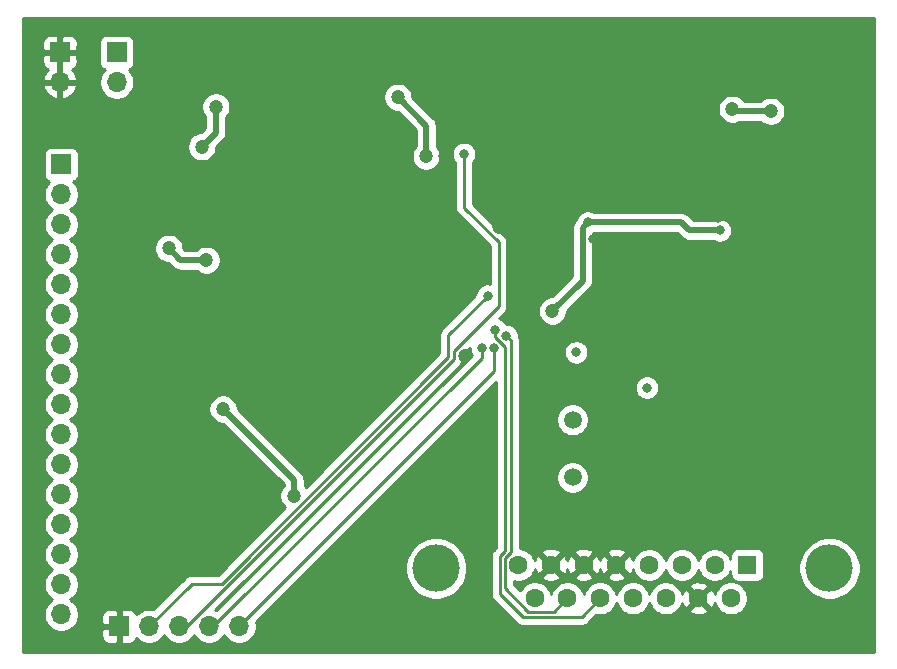
<source format=gbl>
%TF.GenerationSoftware,KiCad,Pcbnew,(5.1.10)-1*%
%TF.CreationDate,2021-11-09T21:57:45+08:00*%
%TF.ProjectId,CPLD-GPU,43504c44-2d47-4505-952e-6b696361645f,rev?*%
%TF.SameCoordinates,Original*%
%TF.FileFunction,Copper,L2,Bot*%
%TF.FilePolarity,Positive*%
%FSLAX46Y46*%
G04 Gerber Fmt 4.6, Leading zero omitted, Abs format (unit mm)*
G04 Created by KiCad (PCBNEW (5.1.10)-1) date 2021-11-09 21:57:45*
%MOMM*%
%LPD*%
G01*
G04 APERTURE LIST*
%TA.AperFunction,ComponentPad*%
%ADD10O,1.700000X1.700000*%
%TD*%
%TA.AperFunction,ComponentPad*%
%ADD11R,1.700000X1.700000*%
%TD*%
%TA.AperFunction,ComponentPad*%
%ADD12C,4.000000*%
%TD*%
%TA.AperFunction,ComponentPad*%
%ADD13C,1.600000*%
%TD*%
%TA.AperFunction,ComponentPad*%
%ADD14R,1.600000X1.600000*%
%TD*%
%TA.AperFunction,ComponentPad*%
%ADD15C,1.500000*%
%TD*%
%TA.AperFunction,ViaPad*%
%ADD16C,1.200000*%
%TD*%
%TA.AperFunction,ViaPad*%
%ADD17C,0.800000*%
%TD*%
%TA.AperFunction,Conductor*%
%ADD18C,0.500000*%
%TD*%
%TA.AperFunction,Conductor*%
%ADD19C,0.250000*%
%TD*%
%TA.AperFunction,Conductor*%
%ADD20C,0.254000*%
%TD*%
%TA.AperFunction,Conductor*%
%ADD21C,0.100000*%
%TD*%
G04 APERTURE END LIST*
D10*
%TO.P,J5,5*%
%TO.N,TMS*%
X68960000Y-96200000D03*
%TO.P,J5,4*%
%TO.N,TDI*%
X66420000Y-96200000D03*
%TO.P,J5,3*%
%TO.N,TDO*%
X63880000Y-96200000D03*
%TO.P,J5,2*%
%TO.N,TCK*%
X61340000Y-96200000D03*
D11*
%TO.P,J5,1*%
%TO.N,GND*%
X58800000Y-96200000D03*
%TD*%
D12*
%TO.P,J1,0*%
%TO.N,Net-(J1-Pad0)*%
X118955000Y-91300000D03*
X85655000Y-91300000D03*
D13*
%TO.P,J1,15*%
%TO.N,Net-(J1-Pad15)*%
X93995000Y-93840000D03*
%TO.P,J1,14*%
%TO.N,~VSYNC*%
X96765000Y-93840000D03*
%TO.P,J1,13*%
%TO.N,~HSYNC*%
X99535000Y-93840000D03*
%TO.P,J1,12*%
%TO.N,Net-(J1-Pad12)*%
X102305000Y-93840000D03*
%TO.P,J1,11*%
%TO.N,Net-(J1-Pad11)*%
X105075000Y-93840000D03*
%TO.P,J1,10*%
%TO.N,GND*%
X107845000Y-93840000D03*
%TO.P,J1,9*%
%TO.N,Net-(J1-Pad9)*%
X110615000Y-93840000D03*
%TO.P,J1,8*%
%TO.N,Net-(J1-Pad8)*%
X92610000Y-91000000D03*
%TO.P,J1,7*%
%TO.N,GND*%
X95380000Y-91000000D03*
%TO.P,J1,6*%
X98150000Y-91000000D03*
%TO.P,J1,5*%
X100920000Y-91000000D03*
%TO.P,J1,4*%
%TO.N,Net-(J1-Pad4)*%
X103690000Y-91000000D03*
%TO.P,J1,3*%
%TO.N,BLUE*%
X106460000Y-91000000D03*
%TO.P,J1,2*%
%TO.N,GREEN*%
X109230000Y-91000000D03*
D14*
%TO.P,J1,1*%
%TO.N,RED*%
X112000000Y-91000000D03*
%TD*%
D15*
%TO.P,Y1,2*%
%TO.N,Net-(C2-Pad1)*%
X97200000Y-78720000D03*
%TO.P,Y1,1*%
%TO.N,Net-(C1-Pad1)*%
X97200000Y-83600000D03*
%TD*%
D10*
%TO.P,J6,16*%
%TO.N,Net-(J6-Pad16)*%
X53900000Y-95200000D03*
%TO.P,J6,15*%
%TO.N,Net-(J6-Pad15)*%
X53900000Y-92660000D03*
%TO.P,J6,14*%
%TO.N,Net-(J6-Pad14)*%
X53900000Y-90120000D03*
%TO.P,J6,13*%
%TO.N,Net-(J6-Pad13)*%
X53900000Y-87580000D03*
%TO.P,J6,12*%
%TO.N,Net-(J6-Pad12)*%
X53900000Y-85040000D03*
%TO.P,J6,11*%
%TO.N,Net-(J6-Pad11)*%
X53900000Y-82500000D03*
%TO.P,J6,10*%
%TO.N,Net-(J6-Pad10)*%
X53900000Y-79960000D03*
%TO.P,J6,9*%
%TO.N,Net-(J6-Pad9)*%
X53900000Y-77420000D03*
%TO.P,J6,8*%
%TO.N,Net-(J6-Pad8)*%
X53900000Y-74880000D03*
%TO.P,J6,7*%
%TO.N,Net-(J6-Pad7)*%
X53900000Y-72340000D03*
%TO.P,J6,6*%
%TO.N,Net-(J6-Pad6)*%
X53900000Y-69800000D03*
%TO.P,J6,5*%
%TO.N,Net-(J6-Pad5)*%
X53900000Y-67260000D03*
%TO.P,J6,4*%
%TO.N,Net-(J6-Pad4)*%
X53900000Y-64720000D03*
%TO.P,J6,3*%
%TO.N,Net-(J6-Pad3)*%
X53900000Y-62180000D03*
%TO.P,J6,2*%
%TO.N,Net-(J6-Pad2)*%
X53900000Y-59640000D03*
D11*
%TO.P,J6,1*%
%TO.N,Net-(J6-Pad1)*%
X53900000Y-57100000D03*
%TD*%
D10*
%TO.P,J3,2*%
%TO.N,+3V3*%
X58600000Y-50140000D03*
D11*
%TO.P,J3,1*%
X58600000Y-47600000D03*
%TD*%
D10*
%TO.P,J2,2*%
%TO.N,GND*%
X53800000Y-50140000D03*
D11*
%TO.P,J2,1*%
X53800000Y-47600000D03*
%TD*%
D16*
%TO.N,GND*%
X61000000Y-86000000D03*
X115500000Y-47000000D03*
X115500000Y-63000000D03*
X103500000Y-79000000D03*
X102500000Y-74000000D03*
X74000000Y-82000000D03*
X89300000Y-78350000D03*
D17*
X109489783Y-61625010D03*
X95750000Y-55750000D03*
D16*
X71757530Y-86250010D03*
X116000000Y-52250000D03*
X79800000Y-50000000D03*
X80400000Y-47400000D03*
X77600000Y-50000000D03*
X74200000Y-50200000D03*
X71000000Y-50000000D03*
X73000000Y-51800000D03*
X67400000Y-50000000D03*
X64800000Y-50200000D03*
X62000000Y-50400000D03*
X63600000Y-55200000D03*
X68400000Y-55200000D03*
X63200000Y-67000000D03*
X69400000Y-67000000D03*
X63400000Y-75200000D03*
X71800000Y-75200000D03*
X63400000Y-71800000D03*
X61400000Y-61200000D03*
X80000000Y-56200000D03*
X86400000Y-56400000D03*
X90800000Y-56400000D03*
X91400000Y-58200000D03*
X90979583Y-62364446D03*
X88200000Y-68200000D03*
X80200000Y-65600000D03*
X82431308Y-68125010D03*
X79400000Y-95400000D03*
X72200000Y-96000000D03*
D17*
X98909360Y-63372222D03*
D16*
X88065336Y-73299989D03*
D17*
%TO.N,+3V3*%
X103500000Y-76000000D03*
X97500000Y-73000000D03*
X98500000Y-62000000D03*
X109669428Y-62688439D03*
D16*
X110725099Y-52416936D03*
X95500000Y-69500000D03*
X113984139Y-52586461D03*
X73622388Y-85147398D03*
X84800000Y-56400000D03*
X82400000Y-51400000D03*
X67600000Y-77800000D03*
X67000000Y-52200000D03*
X65800000Y-55600000D03*
X66200000Y-65200000D03*
X63000000Y-64200000D03*
D17*
%TO.N,TMS*%
X90535094Y-72633416D03*
%TO.N,TDI*%
X89525271Y-72648912D03*
%TO.N,TDO*%
X88000000Y-56200000D03*
%TO.N,TCK*%
X90000000Y-68200000D03*
%TO.N,~HSYNC*%
X90651305Y-71083769D03*
%TO.N,~VSYNC*%
X91600000Y-71600000D03*
%TD*%
D18*
%TO.N,+3V3*%
X98059350Y-66940650D02*
X95500000Y-69500000D01*
X98059350Y-62440650D02*
X98059350Y-66940650D01*
X98500000Y-62000000D02*
X98059350Y-62440650D01*
X109669428Y-62688439D02*
X107088439Y-62688439D01*
X106400000Y-62000000D02*
X98500000Y-62000000D01*
X107088439Y-62688439D02*
X106400000Y-62000000D01*
X110894624Y-52586461D02*
X110725099Y-52416936D01*
X113984139Y-52586461D02*
X110894624Y-52586461D01*
X84800000Y-53800000D02*
X84800000Y-56400000D01*
X82400000Y-51400000D02*
X84800000Y-53800000D01*
X73622388Y-83822388D02*
X73622388Y-85147398D01*
X67600000Y-77800000D02*
X73622388Y-83822388D01*
X67000000Y-54400000D02*
X65800000Y-55600000D01*
X67000000Y-52200000D02*
X67000000Y-54400000D01*
X64000000Y-65200000D02*
X63000000Y-64200000D01*
X66200000Y-65200000D02*
X64000000Y-65200000D01*
D19*
%TO.N,TMS*%
X68960000Y-96200000D02*
X90535094Y-74624906D01*
X90535094Y-74624906D02*
X90535094Y-72633416D01*
%TO.N,TDI*%
X66769002Y-96200000D02*
X89525271Y-73443731D01*
X66420000Y-96200000D02*
X66769002Y-96200000D01*
X89525271Y-73443731D02*
X89525271Y-72648912D01*
%TO.N,TDO*%
X87140335Y-73574299D02*
X87140335Y-72877538D01*
X88000000Y-60753865D02*
X88000000Y-56200000D01*
X90931101Y-63684966D02*
X88000000Y-60753865D01*
X87140335Y-72877538D02*
X90931101Y-69086772D01*
X63880000Y-96200000D02*
X64514634Y-96200000D01*
X64514634Y-96200000D02*
X87140335Y-73574299D01*
X90931101Y-69086772D02*
X90931101Y-63684966D01*
%TO.N,TCK*%
X86690324Y-71509676D02*
X86690324Y-73387625D01*
X64940000Y-92600000D02*
X61340000Y-96200000D01*
X86690324Y-73387625D02*
X67477949Y-92600000D01*
X67477949Y-92600000D02*
X64940000Y-92600000D01*
X90000000Y-68200000D02*
X86690324Y-71509676D01*
%TO.N,~HSYNC*%
X90651305Y-71724307D02*
X90651305Y-71083769D01*
X97959988Y-95415012D02*
X92978601Y-95415012D01*
X91484999Y-72558001D02*
X90651305Y-71724307D01*
X99535000Y-93840000D02*
X97959988Y-95415012D01*
X91034988Y-90273599D02*
X91484999Y-89823589D01*
X91034988Y-93471399D02*
X91034988Y-90273599D01*
X91484999Y-89823589D02*
X91484999Y-72558001D01*
X92978601Y-95415012D02*
X91034988Y-93471399D01*
%TO.N,~VSYNC*%
X91484999Y-90459999D02*
X91484999Y-92995001D01*
X91999999Y-89944999D02*
X91484999Y-90459999D01*
X91999999Y-71999999D02*
X91999999Y-89944999D01*
X91600000Y-71600000D02*
X91999999Y-71999999D01*
X93454999Y-94965001D02*
X95639999Y-94965001D01*
X95639999Y-94965001D02*
X96765000Y-93840000D01*
X91484999Y-92995001D02*
X93454999Y-94965001D01*
%TD*%
D20*
%TO.N,GND*%
X122740001Y-98340000D02*
X50660000Y-98340000D01*
X50660000Y-97050000D01*
X57311928Y-97050000D01*
X57324188Y-97174482D01*
X57360498Y-97294180D01*
X57419463Y-97404494D01*
X57498815Y-97501185D01*
X57595506Y-97580537D01*
X57705820Y-97639502D01*
X57825518Y-97675812D01*
X57950000Y-97688072D01*
X58514250Y-97685000D01*
X58673000Y-97526250D01*
X58673000Y-96327000D01*
X57473750Y-96327000D01*
X57315000Y-96485750D01*
X57311928Y-97050000D01*
X50660000Y-97050000D01*
X50660000Y-56250000D01*
X52411928Y-56250000D01*
X52411928Y-57950000D01*
X52424188Y-58074482D01*
X52460498Y-58194180D01*
X52519463Y-58304494D01*
X52598815Y-58401185D01*
X52695506Y-58480537D01*
X52805820Y-58539502D01*
X52878380Y-58561513D01*
X52746525Y-58693368D01*
X52584010Y-58936589D01*
X52472068Y-59206842D01*
X52415000Y-59493740D01*
X52415000Y-59786260D01*
X52472068Y-60073158D01*
X52584010Y-60343411D01*
X52746525Y-60586632D01*
X52953368Y-60793475D01*
X53127760Y-60910000D01*
X52953368Y-61026525D01*
X52746525Y-61233368D01*
X52584010Y-61476589D01*
X52472068Y-61746842D01*
X52415000Y-62033740D01*
X52415000Y-62326260D01*
X52472068Y-62613158D01*
X52584010Y-62883411D01*
X52746525Y-63126632D01*
X52953368Y-63333475D01*
X53127760Y-63450000D01*
X52953368Y-63566525D01*
X52746525Y-63773368D01*
X52584010Y-64016589D01*
X52472068Y-64286842D01*
X52415000Y-64573740D01*
X52415000Y-64866260D01*
X52472068Y-65153158D01*
X52584010Y-65423411D01*
X52746525Y-65666632D01*
X52953368Y-65873475D01*
X53127760Y-65990000D01*
X52953368Y-66106525D01*
X52746525Y-66313368D01*
X52584010Y-66556589D01*
X52472068Y-66826842D01*
X52415000Y-67113740D01*
X52415000Y-67406260D01*
X52472068Y-67693158D01*
X52584010Y-67963411D01*
X52746525Y-68206632D01*
X52953368Y-68413475D01*
X53127760Y-68530000D01*
X52953368Y-68646525D01*
X52746525Y-68853368D01*
X52584010Y-69096589D01*
X52472068Y-69366842D01*
X52415000Y-69653740D01*
X52415000Y-69946260D01*
X52472068Y-70233158D01*
X52584010Y-70503411D01*
X52746525Y-70746632D01*
X52953368Y-70953475D01*
X53127760Y-71070000D01*
X52953368Y-71186525D01*
X52746525Y-71393368D01*
X52584010Y-71636589D01*
X52472068Y-71906842D01*
X52415000Y-72193740D01*
X52415000Y-72486260D01*
X52472068Y-72773158D01*
X52584010Y-73043411D01*
X52746525Y-73286632D01*
X52953368Y-73493475D01*
X53127760Y-73610000D01*
X52953368Y-73726525D01*
X52746525Y-73933368D01*
X52584010Y-74176589D01*
X52472068Y-74446842D01*
X52415000Y-74733740D01*
X52415000Y-75026260D01*
X52472068Y-75313158D01*
X52584010Y-75583411D01*
X52746525Y-75826632D01*
X52953368Y-76033475D01*
X53127760Y-76150000D01*
X52953368Y-76266525D01*
X52746525Y-76473368D01*
X52584010Y-76716589D01*
X52472068Y-76986842D01*
X52415000Y-77273740D01*
X52415000Y-77566260D01*
X52472068Y-77853158D01*
X52584010Y-78123411D01*
X52746525Y-78366632D01*
X52953368Y-78573475D01*
X53127760Y-78690000D01*
X52953368Y-78806525D01*
X52746525Y-79013368D01*
X52584010Y-79256589D01*
X52472068Y-79526842D01*
X52415000Y-79813740D01*
X52415000Y-80106260D01*
X52472068Y-80393158D01*
X52584010Y-80663411D01*
X52746525Y-80906632D01*
X52953368Y-81113475D01*
X53127760Y-81230000D01*
X52953368Y-81346525D01*
X52746525Y-81553368D01*
X52584010Y-81796589D01*
X52472068Y-82066842D01*
X52415000Y-82353740D01*
X52415000Y-82646260D01*
X52472068Y-82933158D01*
X52584010Y-83203411D01*
X52746525Y-83446632D01*
X52953368Y-83653475D01*
X53127760Y-83770000D01*
X52953368Y-83886525D01*
X52746525Y-84093368D01*
X52584010Y-84336589D01*
X52472068Y-84606842D01*
X52415000Y-84893740D01*
X52415000Y-85186260D01*
X52472068Y-85473158D01*
X52584010Y-85743411D01*
X52746525Y-85986632D01*
X52953368Y-86193475D01*
X53127760Y-86310000D01*
X52953368Y-86426525D01*
X52746525Y-86633368D01*
X52584010Y-86876589D01*
X52472068Y-87146842D01*
X52415000Y-87433740D01*
X52415000Y-87726260D01*
X52472068Y-88013158D01*
X52584010Y-88283411D01*
X52746525Y-88526632D01*
X52953368Y-88733475D01*
X53127760Y-88850000D01*
X52953368Y-88966525D01*
X52746525Y-89173368D01*
X52584010Y-89416589D01*
X52472068Y-89686842D01*
X52415000Y-89973740D01*
X52415000Y-90266260D01*
X52472068Y-90553158D01*
X52584010Y-90823411D01*
X52746525Y-91066632D01*
X52953368Y-91273475D01*
X53127760Y-91390000D01*
X52953368Y-91506525D01*
X52746525Y-91713368D01*
X52584010Y-91956589D01*
X52472068Y-92226842D01*
X52415000Y-92513740D01*
X52415000Y-92806260D01*
X52472068Y-93093158D01*
X52584010Y-93363411D01*
X52746525Y-93606632D01*
X52953368Y-93813475D01*
X53127760Y-93930000D01*
X52953368Y-94046525D01*
X52746525Y-94253368D01*
X52584010Y-94496589D01*
X52472068Y-94766842D01*
X52415000Y-95053740D01*
X52415000Y-95346260D01*
X52472068Y-95633158D01*
X52584010Y-95903411D01*
X52746525Y-96146632D01*
X52953368Y-96353475D01*
X53196589Y-96515990D01*
X53466842Y-96627932D01*
X53753740Y-96685000D01*
X54046260Y-96685000D01*
X54333158Y-96627932D01*
X54603411Y-96515990D01*
X54846632Y-96353475D01*
X55053475Y-96146632D01*
X55215990Y-95903411D01*
X55327932Y-95633158D01*
X55384256Y-95350000D01*
X57311928Y-95350000D01*
X57315000Y-95914250D01*
X57473750Y-96073000D01*
X58673000Y-96073000D01*
X58673000Y-94873750D01*
X58927000Y-94873750D01*
X58927000Y-96073000D01*
X58947000Y-96073000D01*
X58947000Y-96327000D01*
X58927000Y-96327000D01*
X58927000Y-97526250D01*
X59085750Y-97685000D01*
X59650000Y-97688072D01*
X59774482Y-97675812D01*
X59894180Y-97639502D01*
X60004494Y-97580537D01*
X60101185Y-97501185D01*
X60180537Y-97404494D01*
X60239502Y-97294180D01*
X60261513Y-97221620D01*
X60393368Y-97353475D01*
X60636589Y-97515990D01*
X60906842Y-97627932D01*
X61193740Y-97685000D01*
X61486260Y-97685000D01*
X61773158Y-97627932D01*
X62043411Y-97515990D01*
X62286632Y-97353475D01*
X62493475Y-97146632D01*
X62610000Y-96972240D01*
X62726525Y-97146632D01*
X62933368Y-97353475D01*
X63176589Y-97515990D01*
X63446842Y-97627932D01*
X63733740Y-97685000D01*
X64026260Y-97685000D01*
X64313158Y-97627932D01*
X64583411Y-97515990D01*
X64826632Y-97353475D01*
X65033475Y-97146632D01*
X65150000Y-96972240D01*
X65266525Y-97146632D01*
X65473368Y-97353475D01*
X65716589Y-97515990D01*
X65986842Y-97627932D01*
X66273740Y-97685000D01*
X66566260Y-97685000D01*
X66853158Y-97627932D01*
X67123411Y-97515990D01*
X67366632Y-97353475D01*
X67573475Y-97146632D01*
X67690000Y-96972240D01*
X67806525Y-97146632D01*
X68013368Y-97353475D01*
X68256589Y-97515990D01*
X68526842Y-97627932D01*
X68813740Y-97685000D01*
X69106260Y-97685000D01*
X69393158Y-97627932D01*
X69663411Y-97515990D01*
X69906632Y-97353475D01*
X70113475Y-97146632D01*
X70275990Y-96903411D01*
X70387932Y-96633158D01*
X70445000Y-96346260D01*
X70445000Y-96053740D01*
X70401209Y-95833592D01*
X75194326Y-91040475D01*
X83020000Y-91040475D01*
X83020000Y-91559525D01*
X83121261Y-92068601D01*
X83319893Y-92548141D01*
X83608262Y-92979715D01*
X83975285Y-93346738D01*
X84406859Y-93635107D01*
X84886399Y-93833739D01*
X85395475Y-93935000D01*
X85914525Y-93935000D01*
X86423601Y-93833739D01*
X86903141Y-93635107D01*
X87334715Y-93346738D01*
X87701738Y-92979715D01*
X87990107Y-92548141D01*
X88188739Y-92068601D01*
X88290000Y-91559525D01*
X88290000Y-91040475D01*
X88188739Y-90531399D01*
X87990107Y-90051859D01*
X87701738Y-89620285D01*
X87334715Y-89253262D01*
X86903141Y-88964893D01*
X86423601Y-88766261D01*
X85914525Y-88665000D01*
X85395475Y-88665000D01*
X84886399Y-88766261D01*
X84406859Y-88964893D01*
X83975285Y-89253262D01*
X83608262Y-89620285D01*
X83319893Y-90051859D01*
X83121261Y-90531399D01*
X83020000Y-91040475D01*
X75194326Y-91040475D01*
X90725000Y-75509802D01*
X90724999Y-89508786D01*
X90523981Y-89709804D01*
X90494988Y-89733598D01*
X90471194Y-89762591D01*
X90471189Y-89762596D01*
X90400015Y-89849323D01*
X90329443Y-89981352D01*
X90285986Y-90124613D01*
X90271312Y-90273599D01*
X90274989Y-90310934D01*
X90274988Y-93434076D01*
X90271312Y-93471399D01*
X90274988Y-93508721D01*
X90274988Y-93508731D01*
X90285985Y-93620384D01*
X90309731Y-93698665D01*
X90329442Y-93763645D01*
X90400014Y-93895675D01*
X90412191Y-93910512D01*
X90494987Y-94011400D01*
X90523991Y-94035203D01*
X92414802Y-95926015D01*
X92438600Y-95955013D01*
X92554325Y-96049986D01*
X92686354Y-96120558D01*
X92829615Y-96164015D01*
X92941268Y-96175012D01*
X92941278Y-96175012D01*
X92978601Y-96178688D01*
X93015924Y-96175012D01*
X97922666Y-96175012D01*
X97959988Y-96178688D01*
X97997310Y-96175012D01*
X97997321Y-96175012D01*
X98108974Y-96164015D01*
X98252235Y-96120558D01*
X98384264Y-96049986D01*
X98499989Y-95955013D01*
X98523792Y-95926009D01*
X99211114Y-95238688D01*
X99393665Y-95275000D01*
X99676335Y-95275000D01*
X99953574Y-95219853D01*
X100214727Y-95111680D01*
X100449759Y-94954637D01*
X100649637Y-94754759D01*
X100806680Y-94519727D01*
X100914853Y-94258574D01*
X100920000Y-94232699D01*
X100925147Y-94258574D01*
X101033320Y-94519727D01*
X101190363Y-94754759D01*
X101390241Y-94954637D01*
X101625273Y-95111680D01*
X101886426Y-95219853D01*
X102163665Y-95275000D01*
X102446335Y-95275000D01*
X102723574Y-95219853D01*
X102984727Y-95111680D01*
X103219759Y-94954637D01*
X103419637Y-94754759D01*
X103576680Y-94519727D01*
X103684853Y-94258574D01*
X103690000Y-94232699D01*
X103695147Y-94258574D01*
X103803320Y-94519727D01*
X103960363Y-94754759D01*
X104160241Y-94954637D01*
X104395273Y-95111680D01*
X104656426Y-95219853D01*
X104933665Y-95275000D01*
X105216335Y-95275000D01*
X105493574Y-95219853D01*
X105754727Y-95111680D01*
X105989759Y-94954637D01*
X106111694Y-94832702D01*
X107031903Y-94832702D01*
X107103486Y-95076671D01*
X107358996Y-95197571D01*
X107633184Y-95266300D01*
X107915512Y-95280217D01*
X108195130Y-95238787D01*
X108461292Y-95143603D01*
X108586514Y-95076671D01*
X108658097Y-94832702D01*
X107845000Y-94019605D01*
X107031903Y-94832702D01*
X106111694Y-94832702D01*
X106189637Y-94754759D01*
X106346680Y-94519727D01*
X106454853Y-94258574D01*
X106460513Y-94230118D01*
X106541397Y-94456292D01*
X106608329Y-94581514D01*
X106852298Y-94653097D01*
X107665395Y-93840000D01*
X108024605Y-93840000D01*
X108837702Y-94653097D01*
X109081671Y-94581514D01*
X109202571Y-94326004D01*
X109228212Y-94223711D01*
X109235147Y-94258574D01*
X109343320Y-94519727D01*
X109500363Y-94754759D01*
X109700241Y-94954637D01*
X109935273Y-95111680D01*
X110196426Y-95219853D01*
X110473665Y-95275000D01*
X110756335Y-95275000D01*
X111033574Y-95219853D01*
X111294727Y-95111680D01*
X111529759Y-94954637D01*
X111729637Y-94754759D01*
X111886680Y-94519727D01*
X111994853Y-94258574D01*
X112050000Y-93981335D01*
X112050000Y-93698665D01*
X111994853Y-93421426D01*
X111886680Y-93160273D01*
X111729637Y-92925241D01*
X111529759Y-92725363D01*
X111294727Y-92568320D01*
X111033574Y-92460147D01*
X110756335Y-92405000D01*
X110473665Y-92405000D01*
X110196426Y-92460147D01*
X109935273Y-92568320D01*
X109700241Y-92725363D01*
X109500363Y-92925241D01*
X109343320Y-93160273D01*
X109235147Y-93421426D01*
X109229487Y-93449882D01*
X109148603Y-93223708D01*
X109081671Y-93098486D01*
X108837702Y-93026903D01*
X108024605Y-93840000D01*
X107665395Y-93840000D01*
X106852298Y-93026903D01*
X106608329Y-93098486D01*
X106487429Y-93353996D01*
X106461788Y-93456289D01*
X106454853Y-93421426D01*
X106346680Y-93160273D01*
X106189637Y-92925241D01*
X106111694Y-92847298D01*
X107031903Y-92847298D01*
X107845000Y-93660395D01*
X108658097Y-92847298D01*
X108586514Y-92603329D01*
X108331004Y-92482429D01*
X108056816Y-92413700D01*
X107774488Y-92399783D01*
X107494870Y-92441213D01*
X107228708Y-92536397D01*
X107103486Y-92603329D01*
X107031903Y-92847298D01*
X106111694Y-92847298D01*
X105989759Y-92725363D01*
X105754727Y-92568320D01*
X105493574Y-92460147D01*
X105216335Y-92405000D01*
X104933665Y-92405000D01*
X104656426Y-92460147D01*
X104395273Y-92568320D01*
X104160241Y-92725363D01*
X103960363Y-92925241D01*
X103803320Y-93160273D01*
X103695147Y-93421426D01*
X103690000Y-93447301D01*
X103684853Y-93421426D01*
X103576680Y-93160273D01*
X103419637Y-92925241D01*
X103219759Y-92725363D01*
X102984727Y-92568320D01*
X102723574Y-92460147D01*
X102446335Y-92405000D01*
X102163665Y-92405000D01*
X101886426Y-92460147D01*
X101625273Y-92568320D01*
X101390241Y-92725363D01*
X101190363Y-92925241D01*
X101033320Y-93160273D01*
X100925147Y-93421426D01*
X100920000Y-93447301D01*
X100914853Y-93421426D01*
X100806680Y-93160273D01*
X100649637Y-92925241D01*
X100449759Y-92725363D01*
X100214727Y-92568320D01*
X99953574Y-92460147D01*
X99676335Y-92405000D01*
X99393665Y-92405000D01*
X99116426Y-92460147D01*
X98855273Y-92568320D01*
X98620241Y-92725363D01*
X98420363Y-92925241D01*
X98263320Y-93160273D01*
X98155147Y-93421426D01*
X98150000Y-93447301D01*
X98144853Y-93421426D01*
X98036680Y-93160273D01*
X97879637Y-92925241D01*
X97679759Y-92725363D01*
X97444727Y-92568320D01*
X97183574Y-92460147D01*
X96906335Y-92405000D01*
X96623665Y-92405000D01*
X96346426Y-92460147D01*
X96085273Y-92568320D01*
X95850241Y-92725363D01*
X95650363Y-92925241D01*
X95493320Y-93160273D01*
X95385147Y-93421426D01*
X95380000Y-93447301D01*
X95374853Y-93421426D01*
X95266680Y-93160273D01*
X95109637Y-92925241D01*
X94909759Y-92725363D01*
X94674727Y-92568320D01*
X94413574Y-92460147D01*
X94136335Y-92405000D01*
X93853665Y-92405000D01*
X93576426Y-92460147D01*
X93315273Y-92568320D01*
X93080241Y-92725363D01*
X92880363Y-92925241D01*
X92724022Y-93159223D01*
X92244999Y-92680200D01*
X92244999Y-92390509D01*
X92468665Y-92435000D01*
X92751335Y-92435000D01*
X93028574Y-92379853D01*
X93289727Y-92271680D01*
X93524759Y-92114637D01*
X93646694Y-91992702D01*
X94566903Y-91992702D01*
X94638486Y-92236671D01*
X94893996Y-92357571D01*
X95168184Y-92426300D01*
X95450512Y-92440217D01*
X95730130Y-92398787D01*
X95996292Y-92303603D01*
X96121514Y-92236671D01*
X96193097Y-91992702D01*
X97336903Y-91992702D01*
X97408486Y-92236671D01*
X97663996Y-92357571D01*
X97938184Y-92426300D01*
X98220512Y-92440217D01*
X98500130Y-92398787D01*
X98766292Y-92303603D01*
X98891514Y-92236671D01*
X98963097Y-91992702D01*
X100106903Y-91992702D01*
X100178486Y-92236671D01*
X100433996Y-92357571D01*
X100708184Y-92426300D01*
X100990512Y-92440217D01*
X101270130Y-92398787D01*
X101536292Y-92303603D01*
X101661514Y-92236671D01*
X101733097Y-91992702D01*
X100920000Y-91179605D01*
X100106903Y-91992702D01*
X98963097Y-91992702D01*
X98150000Y-91179605D01*
X97336903Y-91992702D01*
X96193097Y-91992702D01*
X95380000Y-91179605D01*
X94566903Y-91992702D01*
X93646694Y-91992702D01*
X93724637Y-91914759D01*
X93881680Y-91679727D01*
X93989853Y-91418574D01*
X93995513Y-91390118D01*
X94076397Y-91616292D01*
X94143329Y-91741514D01*
X94387298Y-91813097D01*
X95200395Y-91000000D01*
X95559605Y-91000000D01*
X96372702Y-91813097D01*
X96616671Y-91741514D01*
X96737571Y-91486004D01*
X96763216Y-91383695D01*
X96846397Y-91616292D01*
X96913329Y-91741514D01*
X97157298Y-91813097D01*
X97970395Y-91000000D01*
X98329605Y-91000000D01*
X99142702Y-91813097D01*
X99386671Y-91741514D01*
X99507571Y-91486004D01*
X99533216Y-91383695D01*
X99616397Y-91616292D01*
X99683329Y-91741514D01*
X99927298Y-91813097D01*
X100740395Y-91000000D01*
X101099605Y-91000000D01*
X101912702Y-91813097D01*
X102156671Y-91741514D01*
X102277571Y-91486004D01*
X102303212Y-91383711D01*
X102310147Y-91418574D01*
X102418320Y-91679727D01*
X102575363Y-91914759D01*
X102775241Y-92114637D01*
X103010273Y-92271680D01*
X103271426Y-92379853D01*
X103548665Y-92435000D01*
X103831335Y-92435000D01*
X104108574Y-92379853D01*
X104369727Y-92271680D01*
X104604759Y-92114637D01*
X104804637Y-91914759D01*
X104961680Y-91679727D01*
X105069853Y-91418574D01*
X105075000Y-91392699D01*
X105080147Y-91418574D01*
X105188320Y-91679727D01*
X105345363Y-91914759D01*
X105545241Y-92114637D01*
X105780273Y-92271680D01*
X106041426Y-92379853D01*
X106318665Y-92435000D01*
X106601335Y-92435000D01*
X106878574Y-92379853D01*
X107139727Y-92271680D01*
X107374759Y-92114637D01*
X107574637Y-91914759D01*
X107731680Y-91679727D01*
X107839853Y-91418574D01*
X107845000Y-91392699D01*
X107850147Y-91418574D01*
X107958320Y-91679727D01*
X108115363Y-91914759D01*
X108315241Y-92114637D01*
X108550273Y-92271680D01*
X108811426Y-92379853D01*
X109088665Y-92435000D01*
X109371335Y-92435000D01*
X109648574Y-92379853D01*
X109909727Y-92271680D01*
X110144759Y-92114637D01*
X110344637Y-91914759D01*
X110501680Y-91679727D01*
X110561928Y-91534275D01*
X110561928Y-91800000D01*
X110574188Y-91924482D01*
X110610498Y-92044180D01*
X110669463Y-92154494D01*
X110748815Y-92251185D01*
X110845506Y-92330537D01*
X110955820Y-92389502D01*
X111075518Y-92425812D01*
X111200000Y-92438072D01*
X112800000Y-92438072D01*
X112924482Y-92425812D01*
X113044180Y-92389502D01*
X113154494Y-92330537D01*
X113251185Y-92251185D01*
X113330537Y-92154494D01*
X113389502Y-92044180D01*
X113425812Y-91924482D01*
X113438072Y-91800000D01*
X113438072Y-91040475D01*
X116320000Y-91040475D01*
X116320000Y-91559525D01*
X116421261Y-92068601D01*
X116619893Y-92548141D01*
X116908262Y-92979715D01*
X117275285Y-93346738D01*
X117706859Y-93635107D01*
X118186399Y-93833739D01*
X118695475Y-93935000D01*
X119214525Y-93935000D01*
X119723601Y-93833739D01*
X120203141Y-93635107D01*
X120634715Y-93346738D01*
X121001738Y-92979715D01*
X121290107Y-92548141D01*
X121488739Y-92068601D01*
X121590000Y-91559525D01*
X121590000Y-91040475D01*
X121488739Y-90531399D01*
X121290107Y-90051859D01*
X121001738Y-89620285D01*
X120634715Y-89253262D01*
X120203141Y-88964893D01*
X119723601Y-88766261D01*
X119214525Y-88665000D01*
X118695475Y-88665000D01*
X118186399Y-88766261D01*
X117706859Y-88964893D01*
X117275285Y-89253262D01*
X116908262Y-89620285D01*
X116619893Y-90051859D01*
X116421261Y-90531399D01*
X116320000Y-91040475D01*
X113438072Y-91040475D01*
X113438072Y-90200000D01*
X113425812Y-90075518D01*
X113389502Y-89955820D01*
X113330537Y-89845506D01*
X113251185Y-89748815D01*
X113154494Y-89669463D01*
X113044180Y-89610498D01*
X112924482Y-89574188D01*
X112800000Y-89561928D01*
X111200000Y-89561928D01*
X111075518Y-89574188D01*
X110955820Y-89610498D01*
X110845506Y-89669463D01*
X110748815Y-89748815D01*
X110669463Y-89845506D01*
X110610498Y-89955820D01*
X110574188Y-90075518D01*
X110561928Y-90200000D01*
X110561928Y-90465725D01*
X110501680Y-90320273D01*
X110344637Y-90085241D01*
X110144759Y-89885363D01*
X109909727Y-89728320D01*
X109648574Y-89620147D01*
X109371335Y-89565000D01*
X109088665Y-89565000D01*
X108811426Y-89620147D01*
X108550273Y-89728320D01*
X108315241Y-89885363D01*
X108115363Y-90085241D01*
X107958320Y-90320273D01*
X107850147Y-90581426D01*
X107845000Y-90607301D01*
X107839853Y-90581426D01*
X107731680Y-90320273D01*
X107574637Y-90085241D01*
X107374759Y-89885363D01*
X107139727Y-89728320D01*
X106878574Y-89620147D01*
X106601335Y-89565000D01*
X106318665Y-89565000D01*
X106041426Y-89620147D01*
X105780273Y-89728320D01*
X105545241Y-89885363D01*
X105345363Y-90085241D01*
X105188320Y-90320273D01*
X105080147Y-90581426D01*
X105075000Y-90607301D01*
X105069853Y-90581426D01*
X104961680Y-90320273D01*
X104804637Y-90085241D01*
X104604759Y-89885363D01*
X104369727Y-89728320D01*
X104108574Y-89620147D01*
X103831335Y-89565000D01*
X103548665Y-89565000D01*
X103271426Y-89620147D01*
X103010273Y-89728320D01*
X102775241Y-89885363D01*
X102575363Y-90085241D01*
X102418320Y-90320273D01*
X102310147Y-90581426D01*
X102304487Y-90609882D01*
X102223603Y-90383708D01*
X102156671Y-90258486D01*
X101912702Y-90186903D01*
X101099605Y-91000000D01*
X100740395Y-91000000D01*
X99927298Y-90186903D01*
X99683329Y-90258486D01*
X99562429Y-90513996D01*
X99536784Y-90616305D01*
X99453603Y-90383708D01*
X99386671Y-90258486D01*
X99142702Y-90186903D01*
X98329605Y-91000000D01*
X97970395Y-91000000D01*
X97157298Y-90186903D01*
X96913329Y-90258486D01*
X96792429Y-90513996D01*
X96766784Y-90616305D01*
X96683603Y-90383708D01*
X96616671Y-90258486D01*
X96372702Y-90186903D01*
X95559605Y-91000000D01*
X95200395Y-91000000D01*
X94387298Y-90186903D01*
X94143329Y-90258486D01*
X94022429Y-90513996D01*
X93996788Y-90616289D01*
X93989853Y-90581426D01*
X93881680Y-90320273D01*
X93724637Y-90085241D01*
X93646694Y-90007298D01*
X94566903Y-90007298D01*
X95380000Y-90820395D01*
X96193097Y-90007298D01*
X97336903Y-90007298D01*
X98150000Y-90820395D01*
X98963097Y-90007298D01*
X100106903Y-90007298D01*
X100920000Y-90820395D01*
X101733097Y-90007298D01*
X101661514Y-89763329D01*
X101406004Y-89642429D01*
X101131816Y-89573700D01*
X100849488Y-89559783D01*
X100569870Y-89601213D01*
X100303708Y-89696397D01*
X100178486Y-89763329D01*
X100106903Y-90007298D01*
X98963097Y-90007298D01*
X98891514Y-89763329D01*
X98636004Y-89642429D01*
X98361816Y-89573700D01*
X98079488Y-89559783D01*
X97799870Y-89601213D01*
X97533708Y-89696397D01*
X97408486Y-89763329D01*
X97336903Y-90007298D01*
X96193097Y-90007298D01*
X96121514Y-89763329D01*
X95866004Y-89642429D01*
X95591816Y-89573700D01*
X95309488Y-89559783D01*
X95029870Y-89601213D01*
X94763708Y-89696397D01*
X94638486Y-89763329D01*
X94566903Y-90007298D01*
X93646694Y-90007298D01*
X93524759Y-89885363D01*
X93289727Y-89728320D01*
X93028574Y-89620147D01*
X92759999Y-89566723D01*
X92759999Y-83463589D01*
X95815000Y-83463589D01*
X95815000Y-83736411D01*
X95868225Y-84003989D01*
X95972629Y-84256043D01*
X96124201Y-84482886D01*
X96317114Y-84675799D01*
X96543957Y-84827371D01*
X96796011Y-84931775D01*
X97063589Y-84985000D01*
X97336411Y-84985000D01*
X97603989Y-84931775D01*
X97856043Y-84827371D01*
X98082886Y-84675799D01*
X98275799Y-84482886D01*
X98427371Y-84256043D01*
X98531775Y-84003989D01*
X98585000Y-83736411D01*
X98585000Y-83463589D01*
X98531775Y-83196011D01*
X98427371Y-82943957D01*
X98275799Y-82717114D01*
X98082886Y-82524201D01*
X97856043Y-82372629D01*
X97603989Y-82268225D01*
X97336411Y-82215000D01*
X97063589Y-82215000D01*
X96796011Y-82268225D01*
X96543957Y-82372629D01*
X96317114Y-82524201D01*
X96124201Y-82717114D01*
X95972629Y-82943957D01*
X95868225Y-83196011D01*
X95815000Y-83463589D01*
X92759999Y-83463589D01*
X92759999Y-78583589D01*
X95815000Y-78583589D01*
X95815000Y-78856411D01*
X95868225Y-79123989D01*
X95972629Y-79376043D01*
X96124201Y-79602886D01*
X96317114Y-79795799D01*
X96543957Y-79947371D01*
X96796011Y-80051775D01*
X97063589Y-80105000D01*
X97336411Y-80105000D01*
X97603989Y-80051775D01*
X97856043Y-79947371D01*
X98082886Y-79795799D01*
X98275799Y-79602886D01*
X98427371Y-79376043D01*
X98531775Y-79123989D01*
X98585000Y-78856411D01*
X98585000Y-78583589D01*
X98531775Y-78316011D01*
X98427371Y-78063957D01*
X98275799Y-77837114D01*
X98082886Y-77644201D01*
X97856043Y-77492629D01*
X97603989Y-77388225D01*
X97336411Y-77335000D01*
X97063589Y-77335000D01*
X96796011Y-77388225D01*
X96543957Y-77492629D01*
X96317114Y-77644201D01*
X96124201Y-77837114D01*
X95972629Y-78063957D01*
X95868225Y-78316011D01*
X95815000Y-78583589D01*
X92759999Y-78583589D01*
X92759999Y-75898061D01*
X102465000Y-75898061D01*
X102465000Y-76101939D01*
X102504774Y-76301898D01*
X102582795Y-76490256D01*
X102696063Y-76659774D01*
X102840226Y-76803937D01*
X103009744Y-76917205D01*
X103198102Y-76995226D01*
X103398061Y-77035000D01*
X103601939Y-77035000D01*
X103801898Y-76995226D01*
X103990256Y-76917205D01*
X104159774Y-76803937D01*
X104303937Y-76659774D01*
X104417205Y-76490256D01*
X104495226Y-76301898D01*
X104535000Y-76101939D01*
X104535000Y-75898061D01*
X104495226Y-75698102D01*
X104417205Y-75509744D01*
X104303937Y-75340226D01*
X104159774Y-75196063D01*
X103990256Y-75082795D01*
X103801898Y-75004774D01*
X103601939Y-74965000D01*
X103398061Y-74965000D01*
X103198102Y-75004774D01*
X103009744Y-75082795D01*
X102840226Y-75196063D01*
X102696063Y-75340226D01*
X102582795Y-75509744D01*
X102504774Y-75698102D01*
X102465000Y-75898061D01*
X92759999Y-75898061D01*
X92759999Y-72898061D01*
X96465000Y-72898061D01*
X96465000Y-73101939D01*
X96504774Y-73301898D01*
X96582795Y-73490256D01*
X96696063Y-73659774D01*
X96840226Y-73803937D01*
X97009744Y-73917205D01*
X97198102Y-73995226D01*
X97398061Y-74035000D01*
X97601939Y-74035000D01*
X97801898Y-73995226D01*
X97990256Y-73917205D01*
X98159774Y-73803937D01*
X98303937Y-73659774D01*
X98417205Y-73490256D01*
X98495226Y-73301898D01*
X98535000Y-73101939D01*
X98535000Y-72898061D01*
X98495226Y-72698102D01*
X98417205Y-72509744D01*
X98303937Y-72340226D01*
X98159774Y-72196063D01*
X97990256Y-72082795D01*
X97801898Y-72004774D01*
X97601939Y-71965000D01*
X97398061Y-71965000D01*
X97198102Y-72004774D01*
X97009744Y-72082795D01*
X96840226Y-72196063D01*
X96696063Y-72340226D01*
X96582795Y-72509744D01*
X96504774Y-72698102D01*
X96465000Y-72898061D01*
X92759999Y-72898061D01*
X92759999Y-72037321D01*
X92763675Y-71999998D01*
X92759999Y-71962676D01*
X92759999Y-71962666D01*
X92749002Y-71851013D01*
X92705545Y-71707752D01*
X92635000Y-71575774D01*
X92635000Y-71498061D01*
X92595226Y-71298102D01*
X92517205Y-71109744D01*
X92403937Y-70940226D01*
X92259774Y-70796063D01*
X92090256Y-70682795D01*
X91901898Y-70604774D01*
X91701939Y-70565000D01*
X91549458Y-70565000D01*
X91455242Y-70423995D01*
X91311079Y-70279832D01*
X91141561Y-70166564D01*
X90989215Y-70103460D01*
X91442105Y-69650570D01*
X91471102Y-69626773D01*
X91566075Y-69511048D01*
X91636647Y-69379019D01*
X91636845Y-69378363D01*
X94265000Y-69378363D01*
X94265000Y-69621637D01*
X94312460Y-69860236D01*
X94405557Y-70084992D01*
X94540713Y-70287267D01*
X94712733Y-70459287D01*
X94915008Y-70594443D01*
X95139764Y-70687540D01*
X95378363Y-70735000D01*
X95621637Y-70735000D01*
X95860236Y-70687540D01*
X96084992Y-70594443D01*
X96287267Y-70459287D01*
X96459287Y-70287267D01*
X96594443Y-70084992D01*
X96687540Y-69860236D01*
X96735000Y-69621637D01*
X96735000Y-69516578D01*
X98654399Y-67597180D01*
X98688167Y-67569467D01*
X98798761Y-67434709D01*
X98880939Y-67280963D01*
X98931545Y-67114140D01*
X98944350Y-66984127D01*
X98944350Y-66984117D01*
X98948631Y-66940651D01*
X98944350Y-66897185D01*
X98944350Y-62936220D01*
X98990256Y-62917205D01*
X99038454Y-62885000D01*
X106033422Y-62885000D01*
X106431909Y-63283488D01*
X106459622Y-63317256D01*
X106493390Y-63344969D01*
X106493392Y-63344971D01*
X106534140Y-63378412D01*
X106594380Y-63427850D01*
X106748126Y-63510028D01*
X106914949Y-63560634D01*
X107044962Y-63573439D01*
X107044970Y-63573439D01*
X107088439Y-63577720D01*
X107131908Y-63573439D01*
X109130974Y-63573439D01*
X109179172Y-63605644D01*
X109367530Y-63683665D01*
X109567489Y-63723439D01*
X109771367Y-63723439D01*
X109971326Y-63683665D01*
X110159684Y-63605644D01*
X110329202Y-63492376D01*
X110473365Y-63348213D01*
X110586633Y-63178695D01*
X110664654Y-62990337D01*
X110704428Y-62790378D01*
X110704428Y-62586500D01*
X110664654Y-62386541D01*
X110586633Y-62198183D01*
X110473365Y-62028665D01*
X110329202Y-61884502D01*
X110159684Y-61771234D01*
X109971326Y-61693213D01*
X109771367Y-61653439D01*
X109567489Y-61653439D01*
X109367530Y-61693213D01*
X109179172Y-61771234D01*
X109130974Y-61803439D01*
X107455018Y-61803439D01*
X107056534Y-61404956D01*
X107028817Y-61371183D01*
X106894059Y-61260589D01*
X106740313Y-61178411D01*
X106573490Y-61127805D01*
X106443477Y-61115000D01*
X106443469Y-61115000D01*
X106400000Y-61110719D01*
X106356531Y-61115000D01*
X99038454Y-61115000D01*
X98990256Y-61082795D01*
X98801898Y-61004774D01*
X98601939Y-60965000D01*
X98398061Y-60965000D01*
X98198102Y-61004774D01*
X98009744Y-61082795D01*
X97840226Y-61196063D01*
X97696063Y-61340226D01*
X97582795Y-61509744D01*
X97504774Y-61698102D01*
X97493465Y-61754957D01*
X97464306Y-61784116D01*
X97430533Y-61811833D01*
X97319939Y-61946592D01*
X97237761Y-62100338D01*
X97187155Y-62267161D01*
X97174350Y-62397174D01*
X97174350Y-62397181D01*
X97170069Y-62440650D01*
X97174350Y-62484119D01*
X97174351Y-66574070D01*
X95483422Y-68265000D01*
X95378363Y-68265000D01*
X95139764Y-68312460D01*
X94915008Y-68405557D01*
X94712733Y-68540713D01*
X94540713Y-68712733D01*
X94405557Y-68915008D01*
X94312460Y-69139764D01*
X94265000Y-69378363D01*
X91636845Y-69378363D01*
X91680104Y-69235758D01*
X91691101Y-69124105D01*
X91691101Y-69124097D01*
X91694777Y-69086772D01*
X91691101Y-69049447D01*
X91691101Y-63722291D01*
X91694777Y-63684966D01*
X91691101Y-63647641D01*
X91691101Y-63647633D01*
X91680104Y-63535980D01*
X91636647Y-63392719D01*
X91566075Y-63260690D01*
X91471102Y-63144965D01*
X91442104Y-63121167D01*
X88760000Y-60439064D01*
X88760000Y-56903711D01*
X88803937Y-56859774D01*
X88917205Y-56690256D01*
X88995226Y-56501898D01*
X89035000Y-56301939D01*
X89035000Y-56098061D01*
X88995226Y-55898102D01*
X88917205Y-55709744D01*
X88803937Y-55540226D01*
X88659774Y-55396063D01*
X88490256Y-55282795D01*
X88301898Y-55204774D01*
X88101939Y-55165000D01*
X87898061Y-55165000D01*
X87698102Y-55204774D01*
X87509744Y-55282795D01*
X87340226Y-55396063D01*
X87196063Y-55540226D01*
X87082795Y-55709744D01*
X87004774Y-55898102D01*
X86965000Y-56098061D01*
X86965000Y-56301939D01*
X87004774Y-56501898D01*
X87082795Y-56690256D01*
X87196063Y-56859774D01*
X87240001Y-56903712D01*
X87240000Y-60716542D01*
X87236324Y-60753865D01*
X87240000Y-60791187D01*
X87240000Y-60791197D01*
X87250997Y-60902850D01*
X87267117Y-60955990D01*
X87294454Y-61046111D01*
X87365026Y-61178141D01*
X87404871Y-61226691D01*
X87459999Y-61293866D01*
X87489003Y-61317669D01*
X90171102Y-63999769D01*
X90171101Y-67178757D01*
X90101939Y-67165000D01*
X89898061Y-67165000D01*
X89698102Y-67204774D01*
X89509744Y-67282795D01*
X89340226Y-67396063D01*
X89196063Y-67540226D01*
X89082795Y-67709744D01*
X89004774Y-67898102D01*
X88965000Y-68098061D01*
X88965000Y-68160198D01*
X86179327Y-70945872D01*
X86150323Y-70969675D01*
X86110040Y-71018761D01*
X86055350Y-71085400D01*
X86002483Y-71184306D01*
X85984778Y-71217430D01*
X85941321Y-71360691D01*
X85930324Y-71472344D01*
X85930324Y-71472354D01*
X85926648Y-71509676D01*
X85930324Y-71546999D01*
X85930325Y-73072822D01*
X74606245Y-84396903D01*
X74581675Y-84360131D01*
X74507388Y-84285844D01*
X74507388Y-83865857D01*
X74511669Y-83822388D01*
X74507388Y-83778919D01*
X74507388Y-83778911D01*
X74494583Y-83648898D01*
X74443977Y-83482075D01*
X74361799Y-83328329D01*
X74251205Y-83193571D01*
X74217439Y-83165860D01*
X68835000Y-77783422D01*
X68835000Y-77678363D01*
X68787540Y-77439764D01*
X68694443Y-77215008D01*
X68559287Y-77012733D01*
X68387267Y-76840713D01*
X68184992Y-76705557D01*
X67960236Y-76612460D01*
X67721637Y-76565000D01*
X67478363Y-76565000D01*
X67239764Y-76612460D01*
X67015008Y-76705557D01*
X66812733Y-76840713D01*
X66640713Y-77012733D01*
X66505557Y-77215008D01*
X66412460Y-77439764D01*
X66365000Y-77678363D01*
X66365000Y-77921637D01*
X66412460Y-78160236D01*
X66505557Y-78384992D01*
X66640713Y-78587267D01*
X66812733Y-78759287D01*
X67015008Y-78894443D01*
X67239764Y-78987540D01*
X67478363Y-79035000D01*
X67583422Y-79035000D01*
X72737388Y-84188967D01*
X72737388Y-84285844D01*
X72663101Y-84360131D01*
X72527945Y-84562406D01*
X72434848Y-84787162D01*
X72387388Y-85025761D01*
X72387388Y-85269035D01*
X72434848Y-85507634D01*
X72527945Y-85732390D01*
X72663101Y-85934665D01*
X72835121Y-86106685D01*
X72871893Y-86131255D01*
X67163148Y-91840000D01*
X64977323Y-91840000D01*
X64940000Y-91836324D01*
X64902677Y-91840000D01*
X64902667Y-91840000D01*
X64791014Y-91850997D01*
X64647753Y-91894454D01*
X64515724Y-91965026D01*
X64399999Y-92059999D01*
X64376201Y-92088997D01*
X61706408Y-94758791D01*
X61486260Y-94715000D01*
X61193740Y-94715000D01*
X60906842Y-94772068D01*
X60636589Y-94884010D01*
X60393368Y-95046525D01*
X60261513Y-95178380D01*
X60239502Y-95105820D01*
X60180537Y-94995506D01*
X60101185Y-94898815D01*
X60004494Y-94819463D01*
X59894180Y-94760498D01*
X59774482Y-94724188D01*
X59650000Y-94711928D01*
X59085750Y-94715000D01*
X58927000Y-94873750D01*
X58673000Y-94873750D01*
X58514250Y-94715000D01*
X57950000Y-94711928D01*
X57825518Y-94724188D01*
X57705820Y-94760498D01*
X57595506Y-94819463D01*
X57498815Y-94898815D01*
X57419463Y-94995506D01*
X57360498Y-95105820D01*
X57324188Y-95225518D01*
X57311928Y-95350000D01*
X55384256Y-95350000D01*
X55385000Y-95346260D01*
X55385000Y-95053740D01*
X55327932Y-94766842D01*
X55215990Y-94496589D01*
X55053475Y-94253368D01*
X54846632Y-94046525D01*
X54672240Y-93930000D01*
X54846632Y-93813475D01*
X55053475Y-93606632D01*
X55215990Y-93363411D01*
X55327932Y-93093158D01*
X55385000Y-92806260D01*
X55385000Y-92513740D01*
X55327932Y-92226842D01*
X55215990Y-91956589D01*
X55053475Y-91713368D01*
X54846632Y-91506525D01*
X54672240Y-91390000D01*
X54846632Y-91273475D01*
X55053475Y-91066632D01*
X55215990Y-90823411D01*
X55327932Y-90553158D01*
X55385000Y-90266260D01*
X55385000Y-89973740D01*
X55327932Y-89686842D01*
X55215990Y-89416589D01*
X55053475Y-89173368D01*
X54846632Y-88966525D01*
X54672240Y-88850000D01*
X54846632Y-88733475D01*
X55053475Y-88526632D01*
X55215990Y-88283411D01*
X55327932Y-88013158D01*
X55385000Y-87726260D01*
X55385000Y-87433740D01*
X55327932Y-87146842D01*
X55215990Y-86876589D01*
X55053475Y-86633368D01*
X54846632Y-86426525D01*
X54672240Y-86310000D01*
X54846632Y-86193475D01*
X55053475Y-85986632D01*
X55215990Y-85743411D01*
X55327932Y-85473158D01*
X55385000Y-85186260D01*
X55385000Y-84893740D01*
X55327932Y-84606842D01*
X55215990Y-84336589D01*
X55053475Y-84093368D01*
X54846632Y-83886525D01*
X54672240Y-83770000D01*
X54846632Y-83653475D01*
X55053475Y-83446632D01*
X55215990Y-83203411D01*
X55327932Y-82933158D01*
X55385000Y-82646260D01*
X55385000Y-82353740D01*
X55327932Y-82066842D01*
X55215990Y-81796589D01*
X55053475Y-81553368D01*
X54846632Y-81346525D01*
X54672240Y-81230000D01*
X54846632Y-81113475D01*
X55053475Y-80906632D01*
X55215990Y-80663411D01*
X55327932Y-80393158D01*
X55385000Y-80106260D01*
X55385000Y-79813740D01*
X55327932Y-79526842D01*
X55215990Y-79256589D01*
X55053475Y-79013368D01*
X54846632Y-78806525D01*
X54672240Y-78690000D01*
X54846632Y-78573475D01*
X55053475Y-78366632D01*
X55215990Y-78123411D01*
X55327932Y-77853158D01*
X55385000Y-77566260D01*
X55385000Y-77273740D01*
X55327932Y-76986842D01*
X55215990Y-76716589D01*
X55053475Y-76473368D01*
X54846632Y-76266525D01*
X54672240Y-76150000D01*
X54846632Y-76033475D01*
X55053475Y-75826632D01*
X55215990Y-75583411D01*
X55327932Y-75313158D01*
X55385000Y-75026260D01*
X55385000Y-74733740D01*
X55327932Y-74446842D01*
X55215990Y-74176589D01*
X55053475Y-73933368D01*
X54846632Y-73726525D01*
X54672240Y-73610000D01*
X54846632Y-73493475D01*
X55053475Y-73286632D01*
X55215990Y-73043411D01*
X55327932Y-72773158D01*
X55385000Y-72486260D01*
X55385000Y-72193740D01*
X55327932Y-71906842D01*
X55215990Y-71636589D01*
X55053475Y-71393368D01*
X54846632Y-71186525D01*
X54672240Y-71070000D01*
X54846632Y-70953475D01*
X55053475Y-70746632D01*
X55215990Y-70503411D01*
X55327932Y-70233158D01*
X55385000Y-69946260D01*
X55385000Y-69653740D01*
X55327932Y-69366842D01*
X55215990Y-69096589D01*
X55053475Y-68853368D01*
X54846632Y-68646525D01*
X54672240Y-68530000D01*
X54846632Y-68413475D01*
X55053475Y-68206632D01*
X55215990Y-67963411D01*
X55327932Y-67693158D01*
X55385000Y-67406260D01*
X55385000Y-67113740D01*
X55327932Y-66826842D01*
X55215990Y-66556589D01*
X55053475Y-66313368D01*
X54846632Y-66106525D01*
X54672240Y-65990000D01*
X54846632Y-65873475D01*
X55053475Y-65666632D01*
X55215990Y-65423411D01*
X55327932Y-65153158D01*
X55385000Y-64866260D01*
X55385000Y-64573740D01*
X55327932Y-64286842D01*
X55241578Y-64078363D01*
X61765000Y-64078363D01*
X61765000Y-64321637D01*
X61812460Y-64560236D01*
X61905557Y-64784992D01*
X62040713Y-64987267D01*
X62212733Y-65159287D01*
X62415008Y-65294443D01*
X62639764Y-65387540D01*
X62878363Y-65435000D01*
X62983421Y-65435000D01*
X63343470Y-65795049D01*
X63371183Y-65828817D01*
X63404951Y-65856530D01*
X63404953Y-65856532D01*
X63505941Y-65939411D01*
X63659686Y-66021589D01*
X63757857Y-66051369D01*
X63826510Y-66072195D01*
X63956523Y-66085000D01*
X63956531Y-66085000D01*
X64000000Y-66089281D01*
X64043469Y-66085000D01*
X65338446Y-66085000D01*
X65412733Y-66159287D01*
X65615008Y-66294443D01*
X65839764Y-66387540D01*
X66078363Y-66435000D01*
X66321637Y-66435000D01*
X66560236Y-66387540D01*
X66784992Y-66294443D01*
X66987267Y-66159287D01*
X67159287Y-65987267D01*
X67294443Y-65784992D01*
X67387540Y-65560236D01*
X67435000Y-65321637D01*
X67435000Y-65078363D01*
X67387540Y-64839764D01*
X67294443Y-64615008D01*
X67159287Y-64412733D01*
X66987267Y-64240713D01*
X66784992Y-64105557D01*
X66560236Y-64012460D01*
X66321637Y-63965000D01*
X66078363Y-63965000D01*
X65839764Y-64012460D01*
X65615008Y-64105557D01*
X65412733Y-64240713D01*
X65338446Y-64315000D01*
X64366579Y-64315000D01*
X64235000Y-64183421D01*
X64235000Y-64078363D01*
X64187540Y-63839764D01*
X64094443Y-63615008D01*
X63959287Y-63412733D01*
X63787267Y-63240713D01*
X63584992Y-63105557D01*
X63360236Y-63012460D01*
X63121637Y-62965000D01*
X62878363Y-62965000D01*
X62639764Y-63012460D01*
X62415008Y-63105557D01*
X62212733Y-63240713D01*
X62040713Y-63412733D01*
X61905557Y-63615008D01*
X61812460Y-63839764D01*
X61765000Y-64078363D01*
X55241578Y-64078363D01*
X55215990Y-64016589D01*
X55053475Y-63773368D01*
X54846632Y-63566525D01*
X54672240Y-63450000D01*
X54846632Y-63333475D01*
X55053475Y-63126632D01*
X55215990Y-62883411D01*
X55327932Y-62613158D01*
X55385000Y-62326260D01*
X55385000Y-62033740D01*
X55327932Y-61746842D01*
X55215990Y-61476589D01*
X55053475Y-61233368D01*
X54846632Y-61026525D01*
X54672240Y-60910000D01*
X54846632Y-60793475D01*
X55053475Y-60586632D01*
X55215990Y-60343411D01*
X55327932Y-60073158D01*
X55385000Y-59786260D01*
X55385000Y-59493740D01*
X55327932Y-59206842D01*
X55215990Y-58936589D01*
X55053475Y-58693368D01*
X54921620Y-58561513D01*
X54994180Y-58539502D01*
X55104494Y-58480537D01*
X55201185Y-58401185D01*
X55280537Y-58304494D01*
X55339502Y-58194180D01*
X55375812Y-58074482D01*
X55388072Y-57950000D01*
X55388072Y-56250000D01*
X55375812Y-56125518D01*
X55339502Y-56005820D01*
X55280537Y-55895506D01*
X55201185Y-55798815D01*
X55104494Y-55719463D01*
X54994180Y-55660498D01*
X54874482Y-55624188D01*
X54750000Y-55611928D01*
X53050000Y-55611928D01*
X52925518Y-55624188D01*
X52805820Y-55660498D01*
X52695506Y-55719463D01*
X52598815Y-55798815D01*
X52519463Y-55895506D01*
X52460498Y-56005820D01*
X52424188Y-56125518D01*
X52411928Y-56250000D01*
X50660000Y-56250000D01*
X50660000Y-55478363D01*
X64565000Y-55478363D01*
X64565000Y-55721637D01*
X64612460Y-55960236D01*
X64705557Y-56184992D01*
X64840713Y-56387267D01*
X65012733Y-56559287D01*
X65215008Y-56694443D01*
X65439764Y-56787540D01*
X65678363Y-56835000D01*
X65921637Y-56835000D01*
X66160236Y-56787540D01*
X66384992Y-56694443D01*
X66587267Y-56559287D01*
X66759287Y-56387267D01*
X66894443Y-56184992D01*
X66987540Y-55960236D01*
X67035000Y-55721637D01*
X67035000Y-55616579D01*
X67595049Y-55056530D01*
X67628817Y-55028817D01*
X67739411Y-54894059D01*
X67821589Y-54740313D01*
X67872195Y-54573490D01*
X67885000Y-54443477D01*
X67885000Y-54443467D01*
X67889281Y-54400001D01*
X67885000Y-54356535D01*
X67885000Y-53061554D01*
X67959287Y-52987267D01*
X68094443Y-52784992D01*
X68187540Y-52560236D01*
X68235000Y-52321637D01*
X68235000Y-52078363D01*
X68187540Y-51839764D01*
X68094443Y-51615008D01*
X67959287Y-51412733D01*
X67824917Y-51278363D01*
X81165000Y-51278363D01*
X81165000Y-51521637D01*
X81212460Y-51760236D01*
X81305557Y-51984992D01*
X81440713Y-52187267D01*
X81612733Y-52359287D01*
X81815008Y-52494443D01*
X82039764Y-52587540D01*
X82278363Y-52635000D01*
X82383422Y-52635000D01*
X83915000Y-54166579D01*
X83915001Y-55538445D01*
X83840713Y-55612733D01*
X83705557Y-55815008D01*
X83612460Y-56039764D01*
X83565000Y-56278363D01*
X83565000Y-56521637D01*
X83612460Y-56760236D01*
X83705557Y-56984992D01*
X83840713Y-57187267D01*
X84012733Y-57359287D01*
X84215008Y-57494443D01*
X84439764Y-57587540D01*
X84678363Y-57635000D01*
X84921637Y-57635000D01*
X85160236Y-57587540D01*
X85384992Y-57494443D01*
X85587267Y-57359287D01*
X85759287Y-57187267D01*
X85894443Y-56984992D01*
X85987540Y-56760236D01*
X86035000Y-56521637D01*
X86035000Y-56278363D01*
X85987540Y-56039764D01*
X85894443Y-55815008D01*
X85759287Y-55612733D01*
X85685000Y-55538446D01*
X85685000Y-53843469D01*
X85689281Y-53800000D01*
X85685000Y-53756531D01*
X85685000Y-53756523D01*
X85672195Y-53626510D01*
X85637070Y-53510719D01*
X85621589Y-53459686D01*
X85539411Y-53305941D01*
X85456532Y-53204953D01*
X85456530Y-53204951D01*
X85428817Y-53171183D01*
X85395050Y-53143471D01*
X84546878Y-52295299D01*
X109490099Y-52295299D01*
X109490099Y-52538573D01*
X109537559Y-52777172D01*
X109630656Y-53001928D01*
X109765812Y-53204203D01*
X109937832Y-53376223D01*
X110140107Y-53511379D01*
X110364863Y-53604476D01*
X110603462Y-53651936D01*
X110846736Y-53651936D01*
X111085335Y-53604476D01*
X111310091Y-53511379D01*
X111369832Y-53471461D01*
X113122585Y-53471461D01*
X113196872Y-53545748D01*
X113399147Y-53680904D01*
X113623903Y-53774001D01*
X113862502Y-53821461D01*
X114105776Y-53821461D01*
X114344375Y-53774001D01*
X114569131Y-53680904D01*
X114771406Y-53545748D01*
X114943426Y-53373728D01*
X115078582Y-53171453D01*
X115171679Y-52946697D01*
X115219139Y-52708098D01*
X115219139Y-52464824D01*
X115171679Y-52226225D01*
X115078582Y-52001469D01*
X114943426Y-51799194D01*
X114771406Y-51627174D01*
X114569131Y-51492018D01*
X114344375Y-51398921D01*
X114105776Y-51351461D01*
X113862502Y-51351461D01*
X113623903Y-51398921D01*
X113399147Y-51492018D01*
X113196872Y-51627174D01*
X113122585Y-51701461D01*
X111732356Y-51701461D01*
X111684386Y-51629669D01*
X111512366Y-51457649D01*
X111310091Y-51322493D01*
X111085335Y-51229396D01*
X110846736Y-51181936D01*
X110603462Y-51181936D01*
X110364863Y-51229396D01*
X110140107Y-51322493D01*
X109937832Y-51457649D01*
X109765812Y-51629669D01*
X109630656Y-51831944D01*
X109537559Y-52056700D01*
X109490099Y-52295299D01*
X84546878Y-52295299D01*
X83635000Y-51383422D01*
X83635000Y-51278363D01*
X83587540Y-51039764D01*
X83494443Y-50815008D01*
X83359287Y-50612733D01*
X83187267Y-50440713D01*
X82984992Y-50305557D01*
X82760236Y-50212460D01*
X82521637Y-50165000D01*
X82278363Y-50165000D01*
X82039764Y-50212460D01*
X81815008Y-50305557D01*
X81612733Y-50440713D01*
X81440713Y-50612733D01*
X81305557Y-50815008D01*
X81212460Y-51039764D01*
X81165000Y-51278363D01*
X67824917Y-51278363D01*
X67787267Y-51240713D01*
X67584992Y-51105557D01*
X67360236Y-51012460D01*
X67121637Y-50965000D01*
X66878363Y-50965000D01*
X66639764Y-51012460D01*
X66415008Y-51105557D01*
X66212733Y-51240713D01*
X66040713Y-51412733D01*
X65905557Y-51615008D01*
X65812460Y-51839764D01*
X65765000Y-52078363D01*
X65765000Y-52321637D01*
X65812460Y-52560236D01*
X65905557Y-52784992D01*
X66040713Y-52987267D01*
X66115000Y-53061554D01*
X66115001Y-54033420D01*
X65783421Y-54365000D01*
X65678363Y-54365000D01*
X65439764Y-54412460D01*
X65215008Y-54505557D01*
X65012733Y-54640713D01*
X64840713Y-54812733D01*
X64705557Y-55015008D01*
X64612460Y-55239764D01*
X64565000Y-55478363D01*
X50660000Y-55478363D01*
X50660000Y-50496890D01*
X52358524Y-50496890D01*
X52403175Y-50644099D01*
X52528359Y-50906920D01*
X52702412Y-51140269D01*
X52918645Y-51335178D01*
X53168748Y-51484157D01*
X53443109Y-51581481D01*
X53673000Y-51460814D01*
X53673000Y-50267000D01*
X53927000Y-50267000D01*
X53927000Y-51460814D01*
X54156891Y-51581481D01*
X54431252Y-51484157D01*
X54681355Y-51335178D01*
X54897588Y-51140269D01*
X55071641Y-50906920D01*
X55196825Y-50644099D01*
X55241476Y-50496890D01*
X55120155Y-50267000D01*
X53927000Y-50267000D01*
X53673000Y-50267000D01*
X52479845Y-50267000D01*
X52358524Y-50496890D01*
X50660000Y-50496890D01*
X50660000Y-48450000D01*
X52311928Y-48450000D01*
X52324188Y-48574482D01*
X52360498Y-48694180D01*
X52419463Y-48804494D01*
X52498815Y-48901185D01*
X52595506Y-48980537D01*
X52705820Y-49039502D01*
X52786466Y-49063966D01*
X52702412Y-49139731D01*
X52528359Y-49373080D01*
X52403175Y-49635901D01*
X52358524Y-49783110D01*
X52479845Y-50013000D01*
X53673000Y-50013000D01*
X53673000Y-47727000D01*
X53927000Y-47727000D01*
X53927000Y-50013000D01*
X55120155Y-50013000D01*
X55241476Y-49783110D01*
X55196825Y-49635901D01*
X55071641Y-49373080D01*
X54897588Y-49139731D01*
X54813534Y-49063966D01*
X54894180Y-49039502D01*
X55004494Y-48980537D01*
X55101185Y-48901185D01*
X55180537Y-48804494D01*
X55239502Y-48694180D01*
X55275812Y-48574482D01*
X55288072Y-48450000D01*
X55285000Y-47885750D01*
X55126250Y-47727000D01*
X53927000Y-47727000D01*
X53673000Y-47727000D01*
X52473750Y-47727000D01*
X52315000Y-47885750D01*
X52311928Y-48450000D01*
X50660000Y-48450000D01*
X50660000Y-46750000D01*
X52311928Y-46750000D01*
X52315000Y-47314250D01*
X52473750Y-47473000D01*
X53673000Y-47473000D01*
X53673000Y-46273750D01*
X53927000Y-46273750D01*
X53927000Y-47473000D01*
X55126250Y-47473000D01*
X55285000Y-47314250D01*
X55288072Y-46750000D01*
X57111928Y-46750000D01*
X57111928Y-48450000D01*
X57124188Y-48574482D01*
X57160498Y-48694180D01*
X57219463Y-48804494D01*
X57298815Y-48901185D01*
X57395506Y-48980537D01*
X57505820Y-49039502D01*
X57578380Y-49061513D01*
X57446525Y-49193368D01*
X57284010Y-49436589D01*
X57172068Y-49706842D01*
X57115000Y-49993740D01*
X57115000Y-50286260D01*
X57172068Y-50573158D01*
X57284010Y-50843411D01*
X57446525Y-51086632D01*
X57653368Y-51293475D01*
X57896589Y-51455990D01*
X58166842Y-51567932D01*
X58453740Y-51625000D01*
X58746260Y-51625000D01*
X59033158Y-51567932D01*
X59303411Y-51455990D01*
X59546632Y-51293475D01*
X59753475Y-51086632D01*
X59915990Y-50843411D01*
X60027932Y-50573158D01*
X60085000Y-50286260D01*
X60085000Y-49993740D01*
X60027932Y-49706842D01*
X59915990Y-49436589D01*
X59753475Y-49193368D01*
X59621620Y-49061513D01*
X59694180Y-49039502D01*
X59804494Y-48980537D01*
X59901185Y-48901185D01*
X59980537Y-48804494D01*
X60039502Y-48694180D01*
X60075812Y-48574482D01*
X60088072Y-48450000D01*
X60088072Y-46750000D01*
X60075812Y-46625518D01*
X60039502Y-46505820D01*
X59980537Y-46395506D01*
X59901185Y-46298815D01*
X59804494Y-46219463D01*
X59694180Y-46160498D01*
X59574482Y-46124188D01*
X59450000Y-46111928D01*
X57750000Y-46111928D01*
X57625518Y-46124188D01*
X57505820Y-46160498D01*
X57395506Y-46219463D01*
X57298815Y-46298815D01*
X57219463Y-46395506D01*
X57160498Y-46505820D01*
X57124188Y-46625518D01*
X57111928Y-46750000D01*
X55288072Y-46750000D01*
X55275812Y-46625518D01*
X55239502Y-46505820D01*
X55180537Y-46395506D01*
X55101185Y-46298815D01*
X55004494Y-46219463D01*
X54894180Y-46160498D01*
X54774482Y-46124188D01*
X54650000Y-46111928D01*
X54085750Y-46115000D01*
X53927000Y-46273750D01*
X53673000Y-46273750D01*
X53514250Y-46115000D01*
X52950000Y-46111928D01*
X52825518Y-46124188D01*
X52705820Y-46160498D01*
X52595506Y-46219463D01*
X52498815Y-46298815D01*
X52419463Y-46395506D01*
X52360498Y-46505820D01*
X52324188Y-46625518D01*
X52311928Y-46750000D01*
X50660000Y-46750000D01*
X50660000Y-44660000D01*
X122740000Y-44660000D01*
X122740001Y-98340000D01*
%TA.AperFunction,Conductor*%
D21*
G36*
X122740001Y-98340000D02*
G01*
X50660000Y-98340000D01*
X50660000Y-97050000D01*
X57311928Y-97050000D01*
X57324188Y-97174482D01*
X57360498Y-97294180D01*
X57419463Y-97404494D01*
X57498815Y-97501185D01*
X57595506Y-97580537D01*
X57705820Y-97639502D01*
X57825518Y-97675812D01*
X57950000Y-97688072D01*
X58514250Y-97685000D01*
X58673000Y-97526250D01*
X58673000Y-96327000D01*
X57473750Y-96327000D01*
X57315000Y-96485750D01*
X57311928Y-97050000D01*
X50660000Y-97050000D01*
X50660000Y-56250000D01*
X52411928Y-56250000D01*
X52411928Y-57950000D01*
X52424188Y-58074482D01*
X52460498Y-58194180D01*
X52519463Y-58304494D01*
X52598815Y-58401185D01*
X52695506Y-58480537D01*
X52805820Y-58539502D01*
X52878380Y-58561513D01*
X52746525Y-58693368D01*
X52584010Y-58936589D01*
X52472068Y-59206842D01*
X52415000Y-59493740D01*
X52415000Y-59786260D01*
X52472068Y-60073158D01*
X52584010Y-60343411D01*
X52746525Y-60586632D01*
X52953368Y-60793475D01*
X53127760Y-60910000D01*
X52953368Y-61026525D01*
X52746525Y-61233368D01*
X52584010Y-61476589D01*
X52472068Y-61746842D01*
X52415000Y-62033740D01*
X52415000Y-62326260D01*
X52472068Y-62613158D01*
X52584010Y-62883411D01*
X52746525Y-63126632D01*
X52953368Y-63333475D01*
X53127760Y-63450000D01*
X52953368Y-63566525D01*
X52746525Y-63773368D01*
X52584010Y-64016589D01*
X52472068Y-64286842D01*
X52415000Y-64573740D01*
X52415000Y-64866260D01*
X52472068Y-65153158D01*
X52584010Y-65423411D01*
X52746525Y-65666632D01*
X52953368Y-65873475D01*
X53127760Y-65990000D01*
X52953368Y-66106525D01*
X52746525Y-66313368D01*
X52584010Y-66556589D01*
X52472068Y-66826842D01*
X52415000Y-67113740D01*
X52415000Y-67406260D01*
X52472068Y-67693158D01*
X52584010Y-67963411D01*
X52746525Y-68206632D01*
X52953368Y-68413475D01*
X53127760Y-68530000D01*
X52953368Y-68646525D01*
X52746525Y-68853368D01*
X52584010Y-69096589D01*
X52472068Y-69366842D01*
X52415000Y-69653740D01*
X52415000Y-69946260D01*
X52472068Y-70233158D01*
X52584010Y-70503411D01*
X52746525Y-70746632D01*
X52953368Y-70953475D01*
X53127760Y-71070000D01*
X52953368Y-71186525D01*
X52746525Y-71393368D01*
X52584010Y-71636589D01*
X52472068Y-71906842D01*
X52415000Y-72193740D01*
X52415000Y-72486260D01*
X52472068Y-72773158D01*
X52584010Y-73043411D01*
X52746525Y-73286632D01*
X52953368Y-73493475D01*
X53127760Y-73610000D01*
X52953368Y-73726525D01*
X52746525Y-73933368D01*
X52584010Y-74176589D01*
X52472068Y-74446842D01*
X52415000Y-74733740D01*
X52415000Y-75026260D01*
X52472068Y-75313158D01*
X52584010Y-75583411D01*
X52746525Y-75826632D01*
X52953368Y-76033475D01*
X53127760Y-76150000D01*
X52953368Y-76266525D01*
X52746525Y-76473368D01*
X52584010Y-76716589D01*
X52472068Y-76986842D01*
X52415000Y-77273740D01*
X52415000Y-77566260D01*
X52472068Y-77853158D01*
X52584010Y-78123411D01*
X52746525Y-78366632D01*
X52953368Y-78573475D01*
X53127760Y-78690000D01*
X52953368Y-78806525D01*
X52746525Y-79013368D01*
X52584010Y-79256589D01*
X52472068Y-79526842D01*
X52415000Y-79813740D01*
X52415000Y-80106260D01*
X52472068Y-80393158D01*
X52584010Y-80663411D01*
X52746525Y-80906632D01*
X52953368Y-81113475D01*
X53127760Y-81230000D01*
X52953368Y-81346525D01*
X52746525Y-81553368D01*
X52584010Y-81796589D01*
X52472068Y-82066842D01*
X52415000Y-82353740D01*
X52415000Y-82646260D01*
X52472068Y-82933158D01*
X52584010Y-83203411D01*
X52746525Y-83446632D01*
X52953368Y-83653475D01*
X53127760Y-83770000D01*
X52953368Y-83886525D01*
X52746525Y-84093368D01*
X52584010Y-84336589D01*
X52472068Y-84606842D01*
X52415000Y-84893740D01*
X52415000Y-85186260D01*
X52472068Y-85473158D01*
X52584010Y-85743411D01*
X52746525Y-85986632D01*
X52953368Y-86193475D01*
X53127760Y-86310000D01*
X52953368Y-86426525D01*
X52746525Y-86633368D01*
X52584010Y-86876589D01*
X52472068Y-87146842D01*
X52415000Y-87433740D01*
X52415000Y-87726260D01*
X52472068Y-88013158D01*
X52584010Y-88283411D01*
X52746525Y-88526632D01*
X52953368Y-88733475D01*
X53127760Y-88850000D01*
X52953368Y-88966525D01*
X52746525Y-89173368D01*
X52584010Y-89416589D01*
X52472068Y-89686842D01*
X52415000Y-89973740D01*
X52415000Y-90266260D01*
X52472068Y-90553158D01*
X52584010Y-90823411D01*
X52746525Y-91066632D01*
X52953368Y-91273475D01*
X53127760Y-91390000D01*
X52953368Y-91506525D01*
X52746525Y-91713368D01*
X52584010Y-91956589D01*
X52472068Y-92226842D01*
X52415000Y-92513740D01*
X52415000Y-92806260D01*
X52472068Y-93093158D01*
X52584010Y-93363411D01*
X52746525Y-93606632D01*
X52953368Y-93813475D01*
X53127760Y-93930000D01*
X52953368Y-94046525D01*
X52746525Y-94253368D01*
X52584010Y-94496589D01*
X52472068Y-94766842D01*
X52415000Y-95053740D01*
X52415000Y-95346260D01*
X52472068Y-95633158D01*
X52584010Y-95903411D01*
X52746525Y-96146632D01*
X52953368Y-96353475D01*
X53196589Y-96515990D01*
X53466842Y-96627932D01*
X53753740Y-96685000D01*
X54046260Y-96685000D01*
X54333158Y-96627932D01*
X54603411Y-96515990D01*
X54846632Y-96353475D01*
X55053475Y-96146632D01*
X55215990Y-95903411D01*
X55327932Y-95633158D01*
X55384256Y-95350000D01*
X57311928Y-95350000D01*
X57315000Y-95914250D01*
X57473750Y-96073000D01*
X58673000Y-96073000D01*
X58673000Y-94873750D01*
X58927000Y-94873750D01*
X58927000Y-96073000D01*
X58947000Y-96073000D01*
X58947000Y-96327000D01*
X58927000Y-96327000D01*
X58927000Y-97526250D01*
X59085750Y-97685000D01*
X59650000Y-97688072D01*
X59774482Y-97675812D01*
X59894180Y-97639502D01*
X60004494Y-97580537D01*
X60101185Y-97501185D01*
X60180537Y-97404494D01*
X60239502Y-97294180D01*
X60261513Y-97221620D01*
X60393368Y-97353475D01*
X60636589Y-97515990D01*
X60906842Y-97627932D01*
X61193740Y-97685000D01*
X61486260Y-97685000D01*
X61773158Y-97627932D01*
X62043411Y-97515990D01*
X62286632Y-97353475D01*
X62493475Y-97146632D01*
X62610000Y-96972240D01*
X62726525Y-97146632D01*
X62933368Y-97353475D01*
X63176589Y-97515990D01*
X63446842Y-97627932D01*
X63733740Y-97685000D01*
X64026260Y-97685000D01*
X64313158Y-97627932D01*
X64583411Y-97515990D01*
X64826632Y-97353475D01*
X65033475Y-97146632D01*
X65150000Y-96972240D01*
X65266525Y-97146632D01*
X65473368Y-97353475D01*
X65716589Y-97515990D01*
X65986842Y-97627932D01*
X66273740Y-97685000D01*
X66566260Y-97685000D01*
X66853158Y-97627932D01*
X67123411Y-97515990D01*
X67366632Y-97353475D01*
X67573475Y-97146632D01*
X67690000Y-96972240D01*
X67806525Y-97146632D01*
X68013368Y-97353475D01*
X68256589Y-97515990D01*
X68526842Y-97627932D01*
X68813740Y-97685000D01*
X69106260Y-97685000D01*
X69393158Y-97627932D01*
X69663411Y-97515990D01*
X69906632Y-97353475D01*
X70113475Y-97146632D01*
X70275990Y-96903411D01*
X70387932Y-96633158D01*
X70445000Y-96346260D01*
X70445000Y-96053740D01*
X70401209Y-95833592D01*
X75194326Y-91040475D01*
X83020000Y-91040475D01*
X83020000Y-91559525D01*
X83121261Y-92068601D01*
X83319893Y-92548141D01*
X83608262Y-92979715D01*
X83975285Y-93346738D01*
X84406859Y-93635107D01*
X84886399Y-93833739D01*
X85395475Y-93935000D01*
X85914525Y-93935000D01*
X86423601Y-93833739D01*
X86903141Y-93635107D01*
X87334715Y-93346738D01*
X87701738Y-92979715D01*
X87990107Y-92548141D01*
X88188739Y-92068601D01*
X88290000Y-91559525D01*
X88290000Y-91040475D01*
X88188739Y-90531399D01*
X87990107Y-90051859D01*
X87701738Y-89620285D01*
X87334715Y-89253262D01*
X86903141Y-88964893D01*
X86423601Y-88766261D01*
X85914525Y-88665000D01*
X85395475Y-88665000D01*
X84886399Y-88766261D01*
X84406859Y-88964893D01*
X83975285Y-89253262D01*
X83608262Y-89620285D01*
X83319893Y-90051859D01*
X83121261Y-90531399D01*
X83020000Y-91040475D01*
X75194326Y-91040475D01*
X90725000Y-75509802D01*
X90724999Y-89508786D01*
X90523981Y-89709804D01*
X90494988Y-89733598D01*
X90471194Y-89762591D01*
X90471189Y-89762596D01*
X90400015Y-89849323D01*
X90329443Y-89981352D01*
X90285986Y-90124613D01*
X90271312Y-90273599D01*
X90274989Y-90310934D01*
X90274988Y-93434076D01*
X90271312Y-93471399D01*
X90274988Y-93508721D01*
X90274988Y-93508731D01*
X90285985Y-93620384D01*
X90309731Y-93698665D01*
X90329442Y-93763645D01*
X90400014Y-93895675D01*
X90412191Y-93910512D01*
X90494987Y-94011400D01*
X90523991Y-94035203D01*
X92414802Y-95926015D01*
X92438600Y-95955013D01*
X92554325Y-96049986D01*
X92686354Y-96120558D01*
X92829615Y-96164015D01*
X92941268Y-96175012D01*
X92941278Y-96175012D01*
X92978601Y-96178688D01*
X93015924Y-96175012D01*
X97922666Y-96175012D01*
X97959988Y-96178688D01*
X97997310Y-96175012D01*
X97997321Y-96175012D01*
X98108974Y-96164015D01*
X98252235Y-96120558D01*
X98384264Y-96049986D01*
X98499989Y-95955013D01*
X98523792Y-95926009D01*
X99211114Y-95238688D01*
X99393665Y-95275000D01*
X99676335Y-95275000D01*
X99953574Y-95219853D01*
X100214727Y-95111680D01*
X100449759Y-94954637D01*
X100649637Y-94754759D01*
X100806680Y-94519727D01*
X100914853Y-94258574D01*
X100920000Y-94232699D01*
X100925147Y-94258574D01*
X101033320Y-94519727D01*
X101190363Y-94754759D01*
X101390241Y-94954637D01*
X101625273Y-95111680D01*
X101886426Y-95219853D01*
X102163665Y-95275000D01*
X102446335Y-95275000D01*
X102723574Y-95219853D01*
X102984727Y-95111680D01*
X103219759Y-94954637D01*
X103419637Y-94754759D01*
X103576680Y-94519727D01*
X103684853Y-94258574D01*
X103690000Y-94232699D01*
X103695147Y-94258574D01*
X103803320Y-94519727D01*
X103960363Y-94754759D01*
X104160241Y-94954637D01*
X104395273Y-95111680D01*
X104656426Y-95219853D01*
X104933665Y-95275000D01*
X105216335Y-95275000D01*
X105493574Y-95219853D01*
X105754727Y-95111680D01*
X105989759Y-94954637D01*
X106111694Y-94832702D01*
X107031903Y-94832702D01*
X107103486Y-95076671D01*
X107358996Y-95197571D01*
X107633184Y-95266300D01*
X107915512Y-95280217D01*
X108195130Y-95238787D01*
X108461292Y-95143603D01*
X108586514Y-95076671D01*
X108658097Y-94832702D01*
X107845000Y-94019605D01*
X107031903Y-94832702D01*
X106111694Y-94832702D01*
X106189637Y-94754759D01*
X106346680Y-94519727D01*
X106454853Y-94258574D01*
X106460513Y-94230118D01*
X106541397Y-94456292D01*
X106608329Y-94581514D01*
X106852298Y-94653097D01*
X107665395Y-93840000D01*
X108024605Y-93840000D01*
X108837702Y-94653097D01*
X109081671Y-94581514D01*
X109202571Y-94326004D01*
X109228212Y-94223711D01*
X109235147Y-94258574D01*
X109343320Y-94519727D01*
X109500363Y-94754759D01*
X109700241Y-94954637D01*
X109935273Y-95111680D01*
X110196426Y-95219853D01*
X110473665Y-95275000D01*
X110756335Y-95275000D01*
X111033574Y-95219853D01*
X111294727Y-95111680D01*
X111529759Y-94954637D01*
X111729637Y-94754759D01*
X111886680Y-94519727D01*
X111994853Y-94258574D01*
X112050000Y-93981335D01*
X112050000Y-93698665D01*
X111994853Y-93421426D01*
X111886680Y-93160273D01*
X111729637Y-92925241D01*
X111529759Y-92725363D01*
X111294727Y-92568320D01*
X111033574Y-92460147D01*
X110756335Y-92405000D01*
X110473665Y-92405000D01*
X110196426Y-92460147D01*
X109935273Y-92568320D01*
X109700241Y-92725363D01*
X109500363Y-92925241D01*
X109343320Y-93160273D01*
X109235147Y-93421426D01*
X109229487Y-93449882D01*
X109148603Y-93223708D01*
X109081671Y-93098486D01*
X108837702Y-93026903D01*
X108024605Y-93840000D01*
X107665395Y-93840000D01*
X106852298Y-93026903D01*
X106608329Y-93098486D01*
X106487429Y-93353996D01*
X106461788Y-93456289D01*
X106454853Y-93421426D01*
X106346680Y-93160273D01*
X106189637Y-92925241D01*
X106111694Y-92847298D01*
X107031903Y-92847298D01*
X107845000Y-93660395D01*
X108658097Y-92847298D01*
X108586514Y-92603329D01*
X108331004Y-92482429D01*
X108056816Y-92413700D01*
X107774488Y-92399783D01*
X107494870Y-92441213D01*
X107228708Y-92536397D01*
X107103486Y-92603329D01*
X107031903Y-92847298D01*
X106111694Y-92847298D01*
X105989759Y-92725363D01*
X105754727Y-92568320D01*
X105493574Y-92460147D01*
X105216335Y-92405000D01*
X104933665Y-92405000D01*
X104656426Y-92460147D01*
X104395273Y-92568320D01*
X104160241Y-92725363D01*
X103960363Y-92925241D01*
X103803320Y-93160273D01*
X103695147Y-93421426D01*
X103690000Y-93447301D01*
X103684853Y-93421426D01*
X103576680Y-93160273D01*
X103419637Y-92925241D01*
X103219759Y-92725363D01*
X102984727Y-92568320D01*
X102723574Y-92460147D01*
X102446335Y-92405000D01*
X102163665Y-92405000D01*
X101886426Y-92460147D01*
X101625273Y-92568320D01*
X101390241Y-92725363D01*
X101190363Y-92925241D01*
X101033320Y-93160273D01*
X100925147Y-93421426D01*
X100920000Y-93447301D01*
X100914853Y-93421426D01*
X100806680Y-93160273D01*
X100649637Y-92925241D01*
X100449759Y-92725363D01*
X100214727Y-92568320D01*
X99953574Y-92460147D01*
X99676335Y-92405000D01*
X99393665Y-92405000D01*
X99116426Y-92460147D01*
X98855273Y-92568320D01*
X98620241Y-92725363D01*
X98420363Y-92925241D01*
X98263320Y-93160273D01*
X98155147Y-93421426D01*
X98150000Y-93447301D01*
X98144853Y-93421426D01*
X98036680Y-93160273D01*
X97879637Y-92925241D01*
X97679759Y-92725363D01*
X97444727Y-92568320D01*
X97183574Y-92460147D01*
X96906335Y-92405000D01*
X96623665Y-92405000D01*
X96346426Y-92460147D01*
X96085273Y-92568320D01*
X95850241Y-92725363D01*
X95650363Y-92925241D01*
X95493320Y-93160273D01*
X95385147Y-93421426D01*
X95380000Y-93447301D01*
X95374853Y-93421426D01*
X95266680Y-93160273D01*
X95109637Y-92925241D01*
X94909759Y-92725363D01*
X94674727Y-92568320D01*
X94413574Y-92460147D01*
X94136335Y-92405000D01*
X93853665Y-92405000D01*
X93576426Y-92460147D01*
X93315273Y-92568320D01*
X93080241Y-92725363D01*
X92880363Y-92925241D01*
X92724022Y-93159223D01*
X92244999Y-92680200D01*
X92244999Y-92390509D01*
X92468665Y-92435000D01*
X92751335Y-92435000D01*
X93028574Y-92379853D01*
X93289727Y-92271680D01*
X93524759Y-92114637D01*
X93646694Y-91992702D01*
X94566903Y-91992702D01*
X94638486Y-92236671D01*
X94893996Y-92357571D01*
X95168184Y-92426300D01*
X95450512Y-92440217D01*
X95730130Y-92398787D01*
X95996292Y-92303603D01*
X96121514Y-92236671D01*
X96193097Y-91992702D01*
X97336903Y-91992702D01*
X97408486Y-92236671D01*
X97663996Y-92357571D01*
X97938184Y-92426300D01*
X98220512Y-92440217D01*
X98500130Y-92398787D01*
X98766292Y-92303603D01*
X98891514Y-92236671D01*
X98963097Y-91992702D01*
X100106903Y-91992702D01*
X100178486Y-92236671D01*
X100433996Y-92357571D01*
X100708184Y-92426300D01*
X100990512Y-92440217D01*
X101270130Y-92398787D01*
X101536292Y-92303603D01*
X101661514Y-92236671D01*
X101733097Y-91992702D01*
X100920000Y-91179605D01*
X100106903Y-91992702D01*
X98963097Y-91992702D01*
X98150000Y-91179605D01*
X97336903Y-91992702D01*
X96193097Y-91992702D01*
X95380000Y-91179605D01*
X94566903Y-91992702D01*
X93646694Y-91992702D01*
X93724637Y-91914759D01*
X93881680Y-91679727D01*
X93989853Y-91418574D01*
X93995513Y-91390118D01*
X94076397Y-91616292D01*
X94143329Y-91741514D01*
X94387298Y-91813097D01*
X95200395Y-91000000D01*
X95559605Y-91000000D01*
X96372702Y-91813097D01*
X96616671Y-91741514D01*
X96737571Y-91486004D01*
X96763216Y-91383695D01*
X96846397Y-91616292D01*
X96913329Y-91741514D01*
X97157298Y-91813097D01*
X97970395Y-91000000D01*
X98329605Y-91000000D01*
X99142702Y-91813097D01*
X99386671Y-91741514D01*
X99507571Y-91486004D01*
X99533216Y-91383695D01*
X99616397Y-91616292D01*
X99683329Y-91741514D01*
X99927298Y-91813097D01*
X100740395Y-91000000D01*
X101099605Y-91000000D01*
X101912702Y-91813097D01*
X102156671Y-91741514D01*
X102277571Y-91486004D01*
X102303212Y-91383711D01*
X102310147Y-91418574D01*
X102418320Y-91679727D01*
X102575363Y-91914759D01*
X102775241Y-92114637D01*
X103010273Y-92271680D01*
X103271426Y-92379853D01*
X103548665Y-92435000D01*
X103831335Y-92435000D01*
X104108574Y-92379853D01*
X104369727Y-92271680D01*
X104604759Y-92114637D01*
X104804637Y-91914759D01*
X104961680Y-91679727D01*
X105069853Y-91418574D01*
X105075000Y-91392699D01*
X105080147Y-91418574D01*
X105188320Y-91679727D01*
X105345363Y-91914759D01*
X105545241Y-92114637D01*
X105780273Y-92271680D01*
X106041426Y-92379853D01*
X106318665Y-92435000D01*
X106601335Y-92435000D01*
X106878574Y-92379853D01*
X107139727Y-92271680D01*
X107374759Y-92114637D01*
X107574637Y-91914759D01*
X107731680Y-91679727D01*
X107839853Y-91418574D01*
X107845000Y-91392699D01*
X107850147Y-91418574D01*
X107958320Y-91679727D01*
X108115363Y-91914759D01*
X108315241Y-92114637D01*
X108550273Y-92271680D01*
X108811426Y-92379853D01*
X109088665Y-92435000D01*
X109371335Y-92435000D01*
X109648574Y-92379853D01*
X109909727Y-92271680D01*
X110144759Y-92114637D01*
X110344637Y-91914759D01*
X110501680Y-91679727D01*
X110561928Y-91534275D01*
X110561928Y-91800000D01*
X110574188Y-91924482D01*
X110610498Y-92044180D01*
X110669463Y-92154494D01*
X110748815Y-92251185D01*
X110845506Y-92330537D01*
X110955820Y-92389502D01*
X111075518Y-92425812D01*
X111200000Y-92438072D01*
X112800000Y-92438072D01*
X112924482Y-92425812D01*
X113044180Y-92389502D01*
X113154494Y-92330537D01*
X113251185Y-92251185D01*
X113330537Y-92154494D01*
X113389502Y-92044180D01*
X113425812Y-91924482D01*
X113438072Y-91800000D01*
X113438072Y-91040475D01*
X116320000Y-91040475D01*
X116320000Y-91559525D01*
X116421261Y-92068601D01*
X116619893Y-92548141D01*
X116908262Y-92979715D01*
X117275285Y-93346738D01*
X117706859Y-93635107D01*
X118186399Y-93833739D01*
X118695475Y-93935000D01*
X119214525Y-93935000D01*
X119723601Y-93833739D01*
X120203141Y-93635107D01*
X120634715Y-93346738D01*
X121001738Y-92979715D01*
X121290107Y-92548141D01*
X121488739Y-92068601D01*
X121590000Y-91559525D01*
X121590000Y-91040475D01*
X121488739Y-90531399D01*
X121290107Y-90051859D01*
X121001738Y-89620285D01*
X120634715Y-89253262D01*
X120203141Y-88964893D01*
X119723601Y-88766261D01*
X119214525Y-88665000D01*
X118695475Y-88665000D01*
X118186399Y-88766261D01*
X117706859Y-88964893D01*
X117275285Y-89253262D01*
X116908262Y-89620285D01*
X116619893Y-90051859D01*
X116421261Y-90531399D01*
X116320000Y-91040475D01*
X113438072Y-91040475D01*
X113438072Y-90200000D01*
X113425812Y-90075518D01*
X113389502Y-89955820D01*
X113330537Y-89845506D01*
X113251185Y-89748815D01*
X113154494Y-89669463D01*
X113044180Y-89610498D01*
X112924482Y-89574188D01*
X112800000Y-89561928D01*
X111200000Y-89561928D01*
X111075518Y-89574188D01*
X110955820Y-89610498D01*
X110845506Y-89669463D01*
X110748815Y-89748815D01*
X110669463Y-89845506D01*
X110610498Y-89955820D01*
X110574188Y-90075518D01*
X110561928Y-90200000D01*
X110561928Y-90465725D01*
X110501680Y-90320273D01*
X110344637Y-90085241D01*
X110144759Y-89885363D01*
X109909727Y-89728320D01*
X109648574Y-89620147D01*
X109371335Y-89565000D01*
X109088665Y-89565000D01*
X108811426Y-89620147D01*
X108550273Y-89728320D01*
X108315241Y-89885363D01*
X108115363Y-90085241D01*
X107958320Y-90320273D01*
X107850147Y-90581426D01*
X107845000Y-90607301D01*
X107839853Y-90581426D01*
X107731680Y-90320273D01*
X107574637Y-90085241D01*
X107374759Y-89885363D01*
X107139727Y-89728320D01*
X106878574Y-89620147D01*
X106601335Y-89565000D01*
X106318665Y-89565000D01*
X106041426Y-89620147D01*
X105780273Y-89728320D01*
X105545241Y-89885363D01*
X105345363Y-90085241D01*
X105188320Y-90320273D01*
X105080147Y-90581426D01*
X105075000Y-90607301D01*
X105069853Y-90581426D01*
X104961680Y-90320273D01*
X104804637Y-90085241D01*
X104604759Y-89885363D01*
X104369727Y-89728320D01*
X104108574Y-89620147D01*
X103831335Y-89565000D01*
X103548665Y-89565000D01*
X103271426Y-89620147D01*
X103010273Y-89728320D01*
X102775241Y-89885363D01*
X102575363Y-90085241D01*
X102418320Y-90320273D01*
X102310147Y-90581426D01*
X102304487Y-90609882D01*
X102223603Y-90383708D01*
X102156671Y-90258486D01*
X101912702Y-90186903D01*
X101099605Y-91000000D01*
X100740395Y-91000000D01*
X99927298Y-90186903D01*
X99683329Y-90258486D01*
X99562429Y-90513996D01*
X99536784Y-90616305D01*
X99453603Y-90383708D01*
X99386671Y-90258486D01*
X99142702Y-90186903D01*
X98329605Y-91000000D01*
X97970395Y-91000000D01*
X97157298Y-90186903D01*
X96913329Y-90258486D01*
X96792429Y-90513996D01*
X96766784Y-90616305D01*
X96683603Y-90383708D01*
X96616671Y-90258486D01*
X96372702Y-90186903D01*
X95559605Y-91000000D01*
X95200395Y-91000000D01*
X94387298Y-90186903D01*
X94143329Y-90258486D01*
X94022429Y-90513996D01*
X93996788Y-90616289D01*
X93989853Y-90581426D01*
X93881680Y-90320273D01*
X93724637Y-90085241D01*
X93646694Y-90007298D01*
X94566903Y-90007298D01*
X95380000Y-90820395D01*
X96193097Y-90007298D01*
X97336903Y-90007298D01*
X98150000Y-90820395D01*
X98963097Y-90007298D01*
X100106903Y-90007298D01*
X100920000Y-90820395D01*
X101733097Y-90007298D01*
X101661514Y-89763329D01*
X101406004Y-89642429D01*
X101131816Y-89573700D01*
X100849488Y-89559783D01*
X100569870Y-89601213D01*
X100303708Y-89696397D01*
X100178486Y-89763329D01*
X100106903Y-90007298D01*
X98963097Y-90007298D01*
X98891514Y-89763329D01*
X98636004Y-89642429D01*
X98361816Y-89573700D01*
X98079488Y-89559783D01*
X97799870Y-89601213D01*
X97533708Y-89696397D01*
X97408486Y-89763329D01*
X97336903Y-90007298D01*
X96193097Y-90007298D01*
X96121514Y-89763329D01*
X95866004Y-89642429D01*
X95591816Y-89573700D01*
X95309488Y-89559783D01*
X95029870Y-89601213D01*
X94763708Y-89696397D01*
X94638486Y-89763329D01*
X94566903Y-90007298D01*
X93646694Y-90007298D01*
X93524759Y-89885363D01*
X93289727Y-89728320D01*
X93028574Y-89620147D01*
X92759999Y-89566723D01*
X92759999Y-83463589D01*
X95815000Y-83463589D01*
X95815000Y-83736411D01*
X95868225Y-84003989D01*
X95972629Y-84256043D01*
X96124201Y-84482886D01*
X96317114Y-84675799D01*
X96543957Y-84827371D01*
X96796011Y-84931775D01*
X97063589Y-84985000D01*
X97336411Y-84985000D01*
X97603989Y-84931775D01*
X97856043Y-84827371D01*
X98082886Y-84675799D01*
X98275799Y-84482886D01*
X98427371Y-84256043D01*
X98531775Y-84003989D01*
X98585000Y-83736411D01*
X98585000Y-83463589D01*
X98531775Y-83196011D01*
X98427371Y-82943957D01*
X98275799Y-82717114D01*
X98082886Y-82524201D01*
X97856043Y-82372629D01*
X97603989Y-82268225D01*
X97336411Y-82215000D01*
X97063589Y-82215000D01*
X96796011Y-82268225D01*
X96543957Y-82372629D01*
X96317114Y-82524201D01*
X96124201Y-82717114D01*
X95972629Y-82943957D01*
X95868225Y-83196011D01*
X95815000Y-83463589D01*
X92759999Y-83463589D01*
X92759999Y-78583589D01*
X95815000Y-78583589D01*
X95815000Y-78856411D01*
X95868225Y-79123989D01*
X95972629Y-79376043D01*
X96124201Y-79602886D01*
X96317114Y-79795799D01*
X96543957Y-79947371D01*
X96796011Y-80051775D01*
X97063589Y-80105000D01*
X97336411Y-80105000D01*
X97603989Y-80051775D01*
X97856043Y-79947371D01*
X98082886Y-79795799D01*
X98275799Y-79602886D01*
X98427371Y-79376043D01*
X98531775Y-79123989D01*
X98585000Y-78856411D01*
X98585000Y-78583589D01*
X98531775Y-78316011D01*
X98427371Y-78063957D01*
X98275799Y-77837114D01*
X98082886Y-77644201D01*
X97856043Y-77492629D01*
X97603989Y-77388225D01*
X97336411Y-77335000D01*
X97063589Y-77335000D01*
X96796011Y-77388225D01*
X96543957Y-77492629D01*
X96317114Y-77644201D01*
X96124201Y-77837114D01*
X95972629Y-78063957D01*
X95868225Y-78316011D01*
X95815000Y-78583589D01*
X92759999Y-78583589D01*
X92759999Y-75898061D01*
X102465000Y-75898061D01*
X102465000Y-76101939D01*
X102504774Y-76301898D01*
X102582795Y-76490256D01*
X102696063Y-76659774D01*
X102840226Y-76803937D01*
X103009744Y-76917205D01*
X103198102Y-76995226D01*
X103398061Y-77035000D01*
X103601939Y-77035000D01*
X103801898Y-76995226D01*
X103990256Y-76917205D01*
X104159774Y-76803937D01*
X104303937Y-76659774D01*
X104417205Y-76490256D01*
X104495226Y-76301898D01*
X104535000Y-76101939D01*
X104535000Y-75898061D01*
X104495226Y-75698102D01*
X104417205Y-75509744D01*
X104303937Y-75340226D01*
X104159774Y-75196063D01*
X103990256Y-75082795D01*
X103801898Y-75004774D01*
X103601939Y-74965000D01*
X103398061Y-74965000D01*
X103198102Y-75004774D01*
X103009744Y-75082795D01*
X102840226Y-75196063D01*
X102696063Y-75340226D01*
X102582795Y-75509744D01*
X102504774Y-75698102D01*
X102465000Y-75898061D01*
X92759999Y-75898061D01*
X92759999Y-72898061D01*
X96465000Y-72898061D01*
X96465000Y-73101939D01*
X96504774Y-73301898D01*
X96582795Y-73490256D01*
X96696063Y-73659774D01*
X96840226Y-73803937D01*
X97009744Y-73917205D01*
X97198102Y-73995226D01*
X97398061Y-74035000D01*
X97601939Y-74035000D01*
X97801898Y-73995226D01*
X97990256Y-73917205D01*
X98159774Y-73803937D01*
X98303937Y-73659774D01*
X98417205Y-73490256D01*
X98495226Y-73301898D01*
X98535000Y-73101939D01*
X98535000Y-72898061D01*
X98495226Y-72698102D01*
X98417205Y-72509744D01*
X98303937Y-72340226D01*
X98159774Y-72196063D01*
X97990256Y-72082795D01*
X97801898Y-72004774D01*
X97601939Y-71965000D01*
X97398061Y-71965000D01*
X97198102Y-72004774D01*
X97009744Y-72082795D01*
X96840226Y-72196063D01*
X96696063Y-72340226D01*
X96582795Y-72509744D01*
X96504774Y-72698102D01*
X96465000Y-72898061D01*
X92759999Y-72898061D01*
X92759999Y-72037321D01*
X92763675Y-71999998D01*
X92759999Y-71962676D01*
X92759999Y-71962666D01*
X92749002Y-71851013D01*
X92705545Y-71707752D01*
X92635000Y-71575774D01*
X92635000Y-71498061D01*
X92595226Y-71298102D01*
X92517205Y-71109744D01*
X92403937Y-70940226D01*
X92259774Y-70796063D01*
X92090256Y-70682795D01*
X91901898Y-70604774D01*
X91701939Y-70565000D01*
X91549458Y-70565000D01*
X91455242Y-70423995D01*
X91311079Y-70279832D01*
X91141561Y-70166564D01*
X90989215Y-70103460D01*
X91442105Y-69650570D01*
X91471102Y-69626773D01*
X91566075Y-69511048D01*
X91636647Y-69379019D01*
X91636845Y-69378363D01*
X94265000Y-69378363D01*
X94265000Y-69621637D01*
X94312460Y-69860236D01*
X94405557Y-70084992D01*
X94540713Y-70287267D01*
X94712733Y-70459287D01*
X94915008Y-70594443D01*
X95139764Y-70687540D01*
X95378363Y-70735000D01*
X95621637Y-70735000D01*
X95860236Y-70687540D01*
X96084992Y-70594443D01*
X96287267Y-70459287D01*
X96459287Y-70287267D01*
X96594443Y-70084992D01*
X96687540Y-69860236D01*
X96735000Y-69621637D01*
X96735000Y-69516578D01*
X98654399Y-67597180D01*
X98688167Y-67569467D01*
X98798761Y-67434709D01*
X98880939Y-67280963D01*
X98931545Y-67114140D01*
X98944350Y-66984127D01*
X98944350Y-66984117D01*
X98948631Y-66940651D01*
X98944350Y-66897185D01*
X98944350Y-62936220D01*
X98990256Y-62917205D01*
X99038454Y-62885000D01*
X106033422Y-62885000D01*
X106431909Y-63283488D01*
X106459622Y-63317256D01*
X106493390Y-63344969D01*
X106493392Y-63344971D01*
X106534140Y-63378412D01*
X106594380Y-63427850D01*
X106748126Y-63510028D01*
X106914949Y-63560634D01*
X107044962Y-63573439D01*
X107044970Y-63573439D01*
X107088439Y-63577720D01*
X107131908Y-63573439D01*
X109130974Y-63573439D01*
X109179172Y-63605644D01*
X109367530Y-63683665D01*
X109567489Y-63723439D01*
X109771367Y-63723439D01*
X109971326Y-63683665D01*
X110159684Y-63605644D01*
X110329202Y-63492376D01*
X110473365Y-63348213D01*
X110586633Y-63178695D01*
X110664654Y-62990337D01*
X110704428Y-62790378D01*
X110704428Y-62586500D01*
X110664654Y-62386541D01*
X110586633Y-62198183D01*
X110473365Y-62028665D01*
X110329202Y-61884502D01*
X110159684Y-61771234D01*
X109971326Y-61693213D01*
X109771367Y-61653439D01*
X109567489Y-61653439D01*
X109367530Y-61693213D01*
X109179172Y-61771234D01*
X109130974Y-61803439D01*
X107455018Y-61803439D01*
X107056534Y-61404956D01*
X107028817Y-61371183D01*
X106894059Y-61260589D01*
X106740313Y-61178411D01*
X106573490Y-61127805D01*
X106443477Y-61115000D01*
X106443469Y-61115000D01*
X106400000Y-61110719D01*
X106356531Y-61115000D01*
X99038454Y-61115000D01*
X98990256Y-61082795D01*
X98801898Y-61004774D01*
X98601939Y-60965000D01*
X98398061Y-60965000D01*
X98198102Y-61004774D01*
X98009744Y-61082795D01*
X97840226Y-61196063D01*
X97696063Y-61340226D01*
X97582795Y-61509744D01*
X97504774Y-61698102D01*
X97493465Y-61754957D01*
X97464306Y-61784116D01*
X97430533Y-61811833D01*
X97319939Y-61946592D01*
X97237761Y-62100338D01*
X97187155Y-62267161D01*
X97174350Y-62397174D01*
X97174350Y-62397181D01*
X97170069Y-62440650D01*
X97174350Y-62484119D01*
X97174351Y-66574070D01*
X95483422Y-68265000D01*
X95378363Y-68265000D01*
X95139764Y-68312460D01*
X94915008Y-68405557D01*
X94712733Y-68540713D01*
X94540713Y-68712733D01*
X94405557Y-68915008D01*
X94312460Y-69139764D01*
X94265000Y-69378363D01*
X91636845Y-69378363D01*
X91680104Y-69235758D01*
X91691101Y-69124105D01*
X91691101Y-69124097D01*
X91694777Y-69086772D01*
X91691101Y-69049447D01*
X91691101Y-63722291D01*
X91694777Y-63684966D01*
X91691101Y-63647641D01*
X91691101Y-63647633D01*
X91680104Y-63535980D01*
X91636647Y-63392719D01*
X91566075Y-63260690D01*
X91471102Y-63144965D01*
X91442104Y-63121167D01*
X88760000Y-60439064D01*
X88760000Y-56903711D01*
X88803937Y-56859774D01*
X88917205Y-56690256D01*
X88995226Y-56501898D01*
X89035000Y-56301939D01*
X89035000Y-56098061D01*
X88995226Y-55898102D01*
X88917205Y-55709744D01*
X88803937Y-55540226D01*
X88659774Y-55396063D01*
X88490256Y-55282795D01*
X88301898Y-55204774D01*
X88101939Y-55165000D01*
X87898061Y-55165000D01*
X87698102Y-55204774D01*
X87509744Y-55282795D01*
X87340226Y-55396063D01*
X87196063Y-55540226D01*
X87082795Y-55709744D01*
X87004774Y-55898102D01*
X86965000Y-56098061D01*
X86965000Y-56301939D01*
X87004774Y-56501898D01*
X87082795Y-56690256D01*
X87196063Y-56859774D01*
X87240001Y-56903712D01*
X87240000Y-60716542D01*
X87236324Y-60753865D01*
X87240000Y-60791187D01*
X87240000Y-60791197D01*
X87250997Y-60902850D01*
X87267117Y-60955990D01*
X87294454Y-61046111D01*
X87365026Y-61178141D01*
X87404871Y-61226691D01*
X87459999Y-61293866D01*
X87489003Y-61317669D01*
X90171102Y-63999769D01*
X90171101Y-67178757D01*
X90101939Y-67165000D01*
X89898061Y-67165000D01*
X89698102Y-67204774D01*
X89509744Y-67282795D01*
X89340226Y-67396063D01*
X89196063Y-67540226D01*
X89082795Y-67709744D01*
X89004774Y-67898102D01*
X88965000Y-68098061D01*
X88965000Y-68160198D01*
X86179327Y-70945872D01*
X86150323Y-70969675D01*
X86110040Y-71018761D01*
X86055350Y-71085400D01*
X86002483Y-71184306D01*
X85984778Y-71217430D01*
X85941321Y-71360691D01*
X85930324Y-71472344D01*
X85930324Y-71472354D01*
X85926648Y-71509676D01*
X85930324Y-71546999D01*
X85930325Y-73072822D01*
X74606245Y-84396903D01*
X74581675Y-84360131D01*
X74507388Y-84285844D01*
X74507388Y-83865857D01*
X74511669Y-83822388D01*
X74507388Y-83778919D01*
X74507388Y-83778911D01*
X74494583Y-83648898D01*
X74443977Y-83482075D01*
X74361799Y-83328329D01*
X74251205Y-83193571D01*
X74217439Y-83165860D01*
X68835000Y-77783422D01*
X68835000Y-77678363D01*
X68787540Y-77439764D01*
X68694443Y-77215008D01*
X68559287Y-77012733D01*
X68387267Y-76840713D01*
X68184992Y-76705557D01*
X67960236Y-76612460D01*
X67721637Y-76565000D01*
X67478363Y-76565000D01*
X67239764Y-76612460D01*
X67015008Y-76705557D01*
X66812733Y-76840713D01*
X66640713Y-77012733D01*
X66505557Y-77215008D01*
X66412460Y-77439764D01*
X66365000Y-77678363D01*
X66365000Y-77921637D01*
X66412460Y-78160236D01*
X66505557Y-78384992D01*
X66640713Y-78587267D01*
X66812733Y-78759287D01*
X67015008Y-78894443D01*
X67239764Y-78987540D01*
X67478363Y-79035000D01*
X67583422Y-79035000D01*
X72737388Y-84188967D01*
X72737388Y-84285844D01*
X72663101Y-84360131D01*
X72527945Y-84562406D01*
X72434848Y-84787162D01*
X72387388Y-85025761D01*
X72387388Y-85269035D01*
X72434848Y-85507634D01*
X72527945Y-85732390D01*
X72663101Y-85934665D01*
X72835121Y-86106685D01*
X72871893Y-86131255D01*
X67163148Y-91840000D01*
X64977323Y-91840000D01*
X64940000Y-91836324D01*
X64902677Y-91840000D01*
X64902667Y-91840000D01*
X64791014Y-91850997D01*
X64647753Y-91894454D01*
X64515724Y-91965026D01*
X64399999Y-92059999D01*
X64376201Y-92088997D01*
X61706408Y-94758791D01*
X61486260Y-94715000D01*
X61193740Y-94715000D01*
X60906842Y-94772068D01*
X60636589Y-94884010D01*
X60393368Y-95046525D01*
X60261513Y-95178380D01*
X60239502Y-95105820D01*
X60180537Y-94995506D01*
X60101185Y-94898815D01*
X60004494Y-94819463D01*
X59894180Y-94760498D01*
X59774482Y-94724188D01*
X59650000Y-94711928D01*
X59085750Y-94715000D01*
X58927000Y-94873750D01*
X58673000Y-94873750D01*
X58514250Y-94715000D01*
X57950000Y-94711928D01*
X57825518Y-94724188D01*
X57705820Y-94760498D01*
X57595506Y-94819463D01*
X57498815Y-94898815D01*
X57419463Y-94995506D01*
X57360498Y-95105820D01*
X57324188Y-95225518D01*
X57311928Y-95350000D01*
X55384256Y-95350000D01*
X55385000Y-95346260D01*
X55385000Y-95053740D01*
X55327932Y-94766842D01*
X55215990Y-94496589D01*
X55053475Y-94253368D01*
X54846632Y-94046525D01*
X54672240Y-93930000D01*
X54846632Y-93813475D01*
X55053475Y-93606632D01*
X55215990Y-93363411D01*
X55327932Y-93093158D01*
X55385000Y-92806260D01*
X55385000Y-92513740D01*
X55327932Y-92226842D01*
X55215990Y-91956589D01*
X55053475Y-91713368D01*
X54846632Y-91506525D01*
X54672240Y-91390000D01*
X54846632Y-91273475D01*
X55053475Y-91066632D01*
X55215990Y-90823411D01*
X55327932Y-90553158D01*
X55385000Y-90266260D01*
X55385000Y-89973740D01*
X55327932Y-89686842D01*
X55215990Y-89416589D01*
X55053475Y-89173368D01*
X54846632Y-88966525D01*
X54672240Y-88850000D01*
X54846632Y-88733475D01*
X55053475Y-88526632D01*
X55215990Y-88283411D01*
X55327932Y-88013158D01*
X55385000Y-87726260D01*
X55385000Y-87433740D01*
X55327932Y-87146842D01*
X55215990Y-86876589D01*
X55053475Y-86633368D01*
X54846632Y-86426525D01*
X54672240Y-86310000D01*
X54846632Y-86193475D01*
X55053475Y-85986632D01*
X55215990Y-85743411D01*
X55327932Y-85473158D01*
X55385000Y-85186260D01*
X55385000Y-84893740D01*
X55327932Y-84606842D01*
X55215990Y-84336589D01*
X55053475Y-84093368D01*
X54846632Y-83886525D01*
X54672240Y-83770000D01*
X54846632Y-83653475D01*
X55053475Y-83446632D01*
X55215990Y-83203411D01*
X55327932Y-82933158D01*
X55385000Y-82646260D01*
X55385000Y-82353740D01*
X55327932Y-82066842D01*
X55215990Y-81796589D01*
X55053475Y-81553368D01*
X54846632Y-81346525D01*
X54672240Y-81230000D01*
X54846632Y-81113475D01*
X55053475Y-80906632D01*
X55215990Y-80663411D01*
X55327932Y-80393158D01*
X55385000Y-80106260D01*
X55385000Y-79813740D01*
X55327932Y-79526842D01*
X55215990Y-79256589D01*
X55053475Y-79013368D01*
X54846632Y-78806525D01*
X54672240Y-78690000D01*
X54846632Y-78573475D01*
X55053475Y-78366632D01*
X55215990Y-78123411D01*
X55327932Y-77853158D01*
X55385000Y-77566260D01*
X55385000Y-77273740D01*
X55327932Y-76986842D01*
X55215990Y-76716589D01*
X55053475Y-76473368D01*
X54846632Y-76266525D01*
X54672240Y-76150000D01*
X54846632Y-76033475D01*
X55053475Y-75826632D01*
X55215990Y-75583411D01*
X55327932Y-75313158D01*
X55385000Y-75026260D01*
X55385000Y-74733740D01*
X55327932Y-74446842D01*
X55215990Y-74176589D01*
X55053475Y-73933368D01*
X54846632Y-73726525D01*
X54672240Y-73610000D01*
X54846632Y-73493475D01*
X55053475Y-73286632D01*
X55215990Y-73043411D01*
X55327932Y-72773158D01*
X55385000Y-72486260D01*
X55385000Y-72193740D01*
X55327932Y-71906842D01*
X55215990Y-71636589D01*
X55053475Y-71393368D01*
X54846632Y-71186525D01*
X54672240Y-71070000D01*
X54846632Y-70953475D01*
X55053475Y-70746632D01*
X55215990Y-70503411D01*
X55327932Y-70233158D01*
X55385000Y-69946260D01*
X55385000Y-69653740D01*
X55327932Y-69366842D01*
X55215990Y-69096589D01*
X55053475Y-68853368D01*
X54846632Y-68646525D01*
X54672240Y-68530000D01*
X54846632Y-68413475D01*
X55053475Y-68206632D01*
X55215990Y-67963411D01*
X55327932Y-67693158D01*
X55385000Y-67406260D01*
X55385000Y-67113740D01*
X55327932Y-66826842D01*
X55215990Y-66556589D01*
X55053475Y-66313368D01*
X54846632Y-66106525D01*
X54672240Y-65990000D01*
X54846632Y-65873475D01*
X55053475Y-65666632D01*
X55215990Y-65423411D01*
X55327932Y-65153158D01*
X55385000Y-64866260D01*
X55385000Y-64573740D01*
X55327932Y-64286842D01*
X55241578Y-64078363D01*
X61765000Y-64078363D01*
X61765000Y-64321637D01*
X61812460Y-64560236D01*
X61905557Y-64784992D01*
X62040713Y-64987267D01*
X62212733Y-65159287D01*
X62415008Y-65294443D01*
X62639764Y-65387540D01*
X62878363Y-65435000D01*
X62983421Y-65435000D01*
X63343470Y-65795049D01*
X63371183Y-65828817D01*
X63404951Y-65856530D01*
X63404953Y-65856532D01*
X63505941Y-65939411D01*
X63659686Y-66021589D01*
X63757857Y-66051369D01*
X63826510Y-66072195D01*
X63956523Y-66085000D01*
X63956531Y-66085000D01*
X64000000Y-66089281D01*
X64043469Y-66085000D01*
X65338446Y-66085000D01*
X65412733Y-66159287D01*
X65615008Y-66294443D01*
X65839764Y-66387540D01*
X66078363Y-66435000D01*
X66321637Y-66435000D01*
X66560236Y-66387540D01*
X66784992Y-66294443D01*
X66987267Y-66159287D01*
X67159287Y-65987267D01*
X67294443Y-65784992D01*
X67387540Y-65560236D01*
X67435000Y-65321637D01*
X67435000Y-65078363D01*
X67387540Y-64839764D01*
X67294443Y-64615008D01*
X67159287Y-64412733D01*
X66987267Y-64240713D01*
X66784992Y-64105557D01*
X66560236Y-64012460D01*
X66321637Y-63965000D01*
X66078363Y-63965000D01*
X65839764Y-64012460D01*
X65615008Y-64105557D01*
X65412733Y-64240713D01*
X65338446Y-64315000D01*
X64366579Y-64315000D01*
X64235000Y-64183421D01*
X64235000Y-64078363D01*
X64187540Y-63839764D01*
X64094443Y-63615008D01*
X63959287Y-63412733D01*
X63787267Y-63240713D01*
X63584992Y-63105557D01*
X63360236Y-63012460D01*
X63121637Y-62965000D01*
X62878363Y-62965000D01*
X62639764Y-63012460D01*
X62415008Y-63105557D01*
X62212733Y-63240713D01*
X62040713Y-63412733D01*
X61905557Y-63615008D01*
X61812460Y-63839764D01*
X61765000Y-64078363D01*
X55241578Y-64078363D01*
X55215990Y-64016589D01*
X55053475Y-63773368D01*
X54846632Y-63566525D01*
X54672240Y-63450000D01*
X54846632Y-63333475D01*
X55053475Y-63126632D01*
X55215990Y-62883411D01*
X55327932Y-62613158D01*
X55385000Y-62326260D01*
X55385000Y-62033740D01*
X55327932Y-61746842D01*
X55215990Y-61476589D01*
X55053475Y-61233368D01*
X54846632Y-61026525D01*
X54672240Y-60910000D01*
X54846632Y-60793475D01*
X55053475Y-60586632D01*
X55215990Y-60343411D01*
X55327932Y-60073158D01*
X55385000Y-59786260D01*
X55385000Y-59493740D01*
X55327932Y-59206842D01*
X55215990Y-58936589D01*
X55053475Y-58693368D01*
X54921620Y-58561513D01*
X54994180Y-58539502D01*
X55104494Y-58480537D01*
X55201185Y-58401185D01*
X55280537Y-58304494D01*
X55339502Y-58194180D01*
X55375812Y-58074482D01*
X55388072Y-57950000D01*
X55388072Y-56250000D01*
X55375812Y-56125518D01*
X55339502Y-56005820D01*
X55280537Y-55895506D01*
X55201185Y-55798815D01*
X55104494Y-55719463D01*
X54994180Y-55660498D01*
X54874482Y-55624188D01*
X54750000Y-55611928D01*
X53050000Y-55611928D01*
X52925518Y-55624188D01*
X52805820Y-55660498D01*
X52695506Y-55719463D01*
X52598815Y-55798815D01*
X52519463Y-55895506D01*
X52460498Y-56005820D01*
X52424188Y-56125518D01*
X52411928Y-56250000D01*
X50660000Y-56250000D01*
X50660000Y-55478363D01*
X64565000Y-55478363D01*
X64565000Y-55721637D01*
X64612460Y-55960236D01*
X64705557Y-56184992D01*
X64840713Y-56387267D01*
X65012733Y-56559287D01*
X65215008Y-56694443D01*
X65439764Y-56787540D01*
X65678363Y-56835000D01*
X65921637Y-56835000D01*
X66160236Y-56787540D01*
X66384992Y-56694443D01*
X66587267Y-56559287D01*
X66759287Y-56387267D01*
X66894443Y-56184992D01*
X66987540Y-55960236D01*
X67035000Y-55721637D01*
X67035000Y-55616579D01*
X67595049Y-55056530D01*
X67628817Y-55028817D01*
X67739411Y-54894059D01*
X67821589Y-54740313D01*
X67872195Y-54573490D01*
X67885000Y-54443477D01*
X67885000Y-54443467D01*
X67889281Y-54400001D01*
X67885000Y-54356535D01*
X67885000Y-53061554D01*
X67959287Y-52987267D01*
X68094443Y-52784992D01*
X68187540Y-52560236D01*
X68235000Y-52321637D01*
X68235000Y-52078363D01*
X68187540Y-51839764D01*
X68094443Y-51615008D01*
X67959287Y-51412733D01*
X67824917Y-51278363D01*
X81165000Y-51278363D01*
X81165000Y-51521637D01*
X81212460Y-51760236D01*
X81305557Y-51984992D01*
X81440713Y-52187267D01*
X81612733Y-52359287D01*
X81815008Y-52494443D01*
X82039764Y-52587540D01*
X82278363Y-52635000D01*
X82383422Y-52635000D01*
X83915000Y-54166579D01*
X83915001Y-55538445D01*
X83840713Y-55612733D01*
X83705557Y-55815008D01*
X83612460Y-56039764D01*
X83565000Y-56278363D01*
X83565000Y-56521637D01*
X83612460Y-56760236D01*
X83705557Y-56984992D01*
X83840713Y-57187267D01*
X84012733Y-57359287D01*
X84215008Y-57494443D01*
X84439764Y-57587540D01*
X84678363Y-57635000D01*
X84921637Y-57635000D01*
X85160236Y-57587540D01*
X85384992Y-57494443D01*
X85587267Y-57359287D01*
X85759287Y-57187267D01*
X85894443Y-56984992D01*
X85987540Y-56760236D01*
X86035000Y-56521637D01*
X86035000Y-56278363D01*
X85987540Y-56039764D01*
X85894443Y-55815008D01*
X85759287Y-55612733D01*
X85685000Y-55538446D01*
X85685000Y-53843469D01*
X85689281Y-53800000D01*
X85685000Y-53756531D01*
X85685000Y-53756523D01*
X85672195Y-53626510D01*
X85637070Y-53510719D01*
X85621589Y-53459686D01*
X85539411Y-53305941D01*
X85456532Y-53204953D01*
X85456530Y-53204951D01*
X85428817Y-53171183D01*
X85395050Y-53143471D01*
X84546878Y-52295299D01*
X109490099Y-52295299D01*
X109490099Y-52538573D01*
X109537559Y-52777172D01*
X109630656Y-53001928D01*
X109765812Y-53204203D01*
X109937832Y-53376223D01*
X110140107Y-53511379D01*
X110364863Y-53604476D01*
X110603462Y-53651936D01*
X110846736Y-53651936D01*
X111085335Y-53604476D01*
X111310091Y-53511379D01*
X111369832Y-53471461D01*
X113122585Y-53471461D01*
X113196872Y-53545748D01*
X113399147Y-53680904D01*
X113623903Y-53774001D01*
X113862502Y-53821461D01*
X114105776Y-53821461D01*
X114344375Y-53774001D01*
X114569131Y-53680904D01*
X114771406Y-53545748D01*
X114943426Y-53373728D01*
X115078582Y-53171453D01*
X115171679Y-52946697D01*
X115219139Y-52708098D01*
X115219139Y-52464824D01*
X115171679Y-52226225D01*
X115078582Y-52001469D01*
X114943426Y-51799194D01*
X114771406Y-51627174D01*
X114569131Y-51492018D01*
X114344375Y-51398921D01*
X114105776Y-51351461D01*
X113862502Y-51351461D01*
X113623903Y-51398921D01*
X113399147Y-51492018D01*
X113196872Y-51627174D01*
X113122585Y-51701461D01*
X111732356Y-51701461D01*
X111684386Y-51629669D01*
X111512366Y-51457649D01*
X111310091Y-51322493D01*
X111085335Y-51229396D01*
X110846736Y-51181936D01*
X110603462Y-51181936D01*
X110364863Y-51229396D01*
X110140107Y-51322493D01*
X109937832Y-51457649D01*
X109765812Y-51629669D01*
X109630656Y-51831944D01*
X109537559Y-52056700D01*
X109490099Y-52295299D01*
X84546878Y-52295299D01*
X83635000Y-51383422D01*
X83635000Y-51278363D01*
X83587540Y-51039764D01*
X83494443Y-50815008D01*
X83359287Y-50612733D01*
X83187267Y-50440713D01*
X82984992Y-50305557D01*
X82760236Y-50212460D01*
X82521637Y-50165000D01*
X82278363Y-50165000D01*
X82039764Y-50212460D01*
X81815008Y-50305557D01*
X81612733Y-50440713D01*
X81440713Y-50612733D01*
X81305557Y-50815008D01*
X81212460Y-51039764D01*
X81165000Y-51278363D01*
X67824917Y-51278363D01*
X67787267Y-51240713D01*
X67584992Y-51105557D01*
X67360236Y-51012460D01*
X67121637Y-50965000D01*
X66878363Y-50965000D01*
X66639764Y-51012460D01*
X66415008Y-51105557D01*
X66212733Y-51240713D01*
X66040713Y-51412733D01*
X65905557Y-51615008D01*
X65812460Y-51839764D01*
X65765000Y-52078363D01*
X65765000Y-52321637D01*
X65812460Y-52560236D01*
X65905557Y-52784992D01*
X66040713Y-52987267D01*
X66115000Y-53061554D01*
X66115001Y-54033420D01*
X65783421Y-54365000D01*
X65678363Y-54365000D01*
X65439764Y-54412460D01*
X65215008Y-54505557D01*
X65012733Y-54640713D01*
X64840713Y-54812733D01*
X64705557Y-55015008D01*
X64612460Y-55239764D01*
X64565000Y-55478363D01*
X50660000Y-55478363D01*
X50660000Y-50496890D01*
X52358524Y-50496890D01*
X52403175Y-50644099D01*
X52528359Y-50906920D01*
X52702412Y-51140269D01*
X52918645Y-51335178D01*
X53168748Y-51484157D01*
X53443109Y-51581481D01*
X53673000Y-51460814D01*
X53673000Y-50267000D01*
X53927000Y-50267000D01*
X53927000Y-51460814D01*
X54156891Y-51581481D01*
X54431252Y-51484157D01*
X54681355Y-51335178D01*
X54897588Y-51140269D01*
X55071641Y-50906920D01*
X55196825Y-50644099D01*
X55241476Y-50496890D01*
X55120155Y-50267000D01*
X53927000Y-50267000D01*
X53673000Y-50267000D01*
X52479845Y-50267000D01*
X52358524Y-50496890D01*
X50660000Y-50496890D01*
X50660000Y-48450000D01*
X52311928Y-48450000D01*
X52324188Y-48574482D01*
X52360498Y-48694180D01*
X52419463Y-48804494D01*
X52498815Y-48901185D01*
X52595506Y-48980537D01*
X52705820Y-49039502D01*
X52786466Y-49063966D01*
X52702412Y-49139731D01*
X52528359Y-49373080D01*
X52403175Y-49635901D01*
X52358524Y-49783110D01*
X52479845Y-50013000D01*
X53673000Y-50013000D01*
X53673000Y-47727000D01*
X53927000Y-47727000D01*
X53927000Y-50013000D01*
X55120155Y-50013000D01*
X55241476Y-49783110D01*
X55196825Y-49635901D01*
X55071641Y-49373080D01*
X54897588Y-49139731D01*
X54813534Y-49063966D01*
X54894180Y-49039502D01*
X55004494Y-48980537D01*
X55101185Y-48901185D01*
X55180537Y-48804494D01*
X55239502Y-48694180D01*
X55275812Y-48574482D01*
X55288072Y-48450000D01*
X55285000Y-47885750D01*
X55126250Y-47727000D01*
X53927000Y-47727000D01*
X53673000Y-47727000D01*
X52473750Y-47727000D01*
X52315000Y-47885750D01*
X52311928Y-48450000D01*
X50660000Y-48450000D01*
X50660000Y-46750000D01*
X52311928Y-46750000D01*
X52315000Y-47314250D01*
X52473750Y-47473000D01*
X53673000Y-47473000D01*
X53673000Y-46273750D01*
X53927000Y-46273750D01*
X53927000Y-47473000D01*
X55126250Y-47473000D01*
X55285000Y-47314250D01*
X55288072Y-46750000D01*
X57111928Y-46750000D01*
X57111928Y-48450000D01*
X57124188Y-48574482D01*
X57160498Y-48694180D01*
X57219463Y-48804494D01*
X57298815Y-48901185D01*
X57395506Y-48980537D01*
X57505820Y-49039502D01*
X57578380Y-49061513D01*
X57446525Y-49193368D01*
X57284010Y-49436589D01*
X57172068Y-49706842D01*
X57115000Y-49993740D01*
X57115000Y-50286260D01*
X57172068Y-50573158D01*
X57284010Y-50843411D01*
X57446525Y-51086632D01*
X57653368Y-51293475D01*
X57896589Y-51455990D01*
X58166842Y-51567932D01*
X58453740Y-51625000D01*
X58746260Y-51625000D01*
X59033158Y-51567932D01*
X59303411Y-51455990D01*
X59546632Y-51293475D01*
X59753475Y-51086632D01*
X59915990Y-50843411D01*
X60027932Y-50573158D01*
X60085000Y-50286260D01*
X60085000Y-49993740D01*
X60027932Y-49706842D01*
X59915990Y-49436589D01*
X59753475Y-49193368D01*
X59621620Y-49061513D01*
X59694180Y-49039502D01*
X59804494Y-48980537D01*
X59901185Y-48901185D01*
X59980537Y-48804494D01*
X60039502Y-48694180D01*
X60075812Y-48574482D01*
X60088072Y-48450000D01*
X60088072Y-46750000D01*
X60075812Y-46625518D01*
X60039502Y-46505820D01*
X59980537Y-46395506D01*
X59901185Y-46298815D01*
X59804494Y-46219463D01*
X59694180Y-46160498D01*
X59574482Y-46124188D01*
X59450000Y-46111928D01*
X57750000Y-46111928D01*
X57625518Y-46124188D01*
X57505820Y-46160498D01*
X57395506Y-46219463D01*
X57298815Y-46298815D01*
X57219463Y-46395506D01*
X57160498Y-46505820D01*
X57124188Y-46625518D01*
X57111928Y-46750000D01*
X55288072Y-46750000D01*
X55275812Y-46625518D01*
X55239502Y-46505820D01*
X55180537Y-46395506D01*
X55101185Y-46298815D01*
X55004494Y-46219463D01*
X54894180Y-46160498D01*
X54774482Y-46124188D01*
X54650000Y-46111928D01*
X54085750Y-46115000D01*
X53927000Y-46273750D01*
X53673000Y-46273750D01*
X53514250Y-46115000D01*
X52950000Y-46111928D01*
X52825518Y-46124188D01*
X52705820Y-46160498D01*
X52595506Y-46219463D01*
X52498815Y-46298815D01*
X52419463Y-46395506D01*
X52360498Y-46505820D01*
X52324188Y-46625518D01*
X52311928Y-46750000D01*
X50660000Y-46750000D01*
X50660000Y-44660000D01*
X122740000Y-44660000D01*
X122740001Y-98340000D01*
G37*
%TD.AperFunction*%
D20*
X88490271Y-72750851D02*
X88530045Y-72950810D01*
X88608066Y-73139168D01*
X88666932Y-73227268D01*
X67043352Y-94850849D01*
X66969271Y-94820164D01*
X87651339Y-74138097D01*
X87680336Y-74114300D01*
X87775309Y-73998575D01*
X87845881Y-73866546D01*
X87889338Y-73723285D01*
X87900335Y-73611632D01*
X87900335Y-73611623D01*
X87904011Y-73574300D01*
X87900335Y-73536977D01*
X87900335Y-73192339D01*
X88490271Y-72602403D01*
X88490271Y-72750851D01*
%TA.AperFunction,Conductor*%
D21*
G36*
X88490271Y-72750851D02*
G01*
X88530045Y-72950810D01*
X88608066Y-73139168D01*
X88666932Y-73227268D01*
X67043352Y-94850849D01*
X66969271Y-94820164D01*
X87651339Y-74138097D01*
X87680336Y-74114300D01*
X87775309Y-73998575D01*
X87845881Y-73866546D01*
X87889338Y-73723285D01*
X87900335Y-73611632D01*
X87900335Y-73611623D01*
X87904011Y-73574300D01*
X87900335Y-73536977D01*
X87900335Y-73192339D01*
X88490271Y-72602403D01*
X88490271Y-72750851D01*
G37*
%TD.AperFunction*%
%TD*%
M02*

</source>
